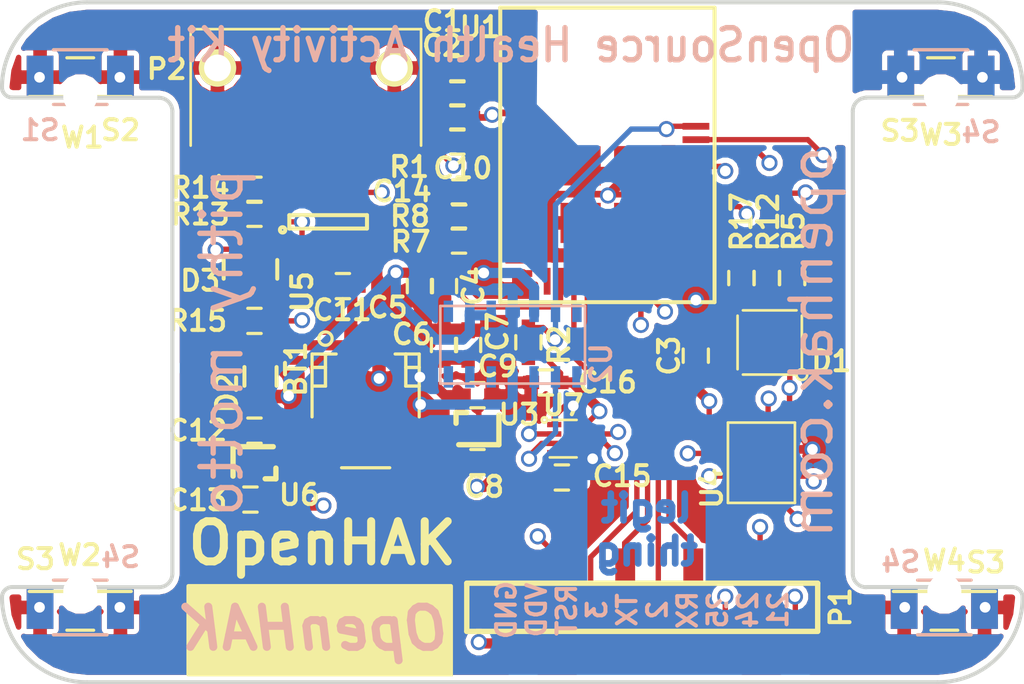
<source format=kicad_pcb>
(kicad_pcb (version 20171130) (host pcbnew "(5.0.1-3-g963ef8bb5)")
  (layers (0 F.Cu signal) (1 In1.Cu signal hide) (2 In2.Cu signal hide) (31 B.Cu signal hide) (34 B.Paste user) (35 F.Paste user) (36 B.SilkS user) (37 F.SilkS user) (38 B.Mask user) (39 F.Mask user) (44 Edge.Cuts user))
  (net 0 "")
  (net 1 GND)
  (net 2 VDD)
  (net 3 /SIM_RX)
  (net 4 /SIM_TX)
  (net 5 /SIM_RST)
  (net 6 "Net-(U1-Pad3)")
  (net 7 "Net-(U1-Pad5)")
  (net 8 "Net-(U1-Pad9)")
  (net 9 "Net-(U1-Pad10)")
  (net 10 "Net-(U1-Pad12)")
  (net 11 "Net-(U1-Pad13)")
  (net 12 "Net-(U1-Pad14)")
  (net 13 "Net-(U1-Pad15)")
  (net 14 "Net-(U1-Pad17)")
  (net 15 "Net-(U1-Pad20)")
  (net 16 "Net-(U1-Pad26)")
  (net 17 "Net-(U2-Pad8)")
  (net 18 "Net-(U2-Pad7)")
  (net 19 "Net-(U2-Pad6)")
  (net 20 "Net-(U2-Pad5)")
  (net 21 "Net-(U2-Pad1)")
  (net 22 "Net-(U2-Pad14)")
  (net 23 VPP)
  (net 24 /MAX_INT)
  (net 25 "Net-(U4-Pad11)")
  (net 26 "Net-(U4-Pad10)")
  (net 27 /BMI_INT2)
  (net 28 /BMI_INT1)
  (net 29 "Net-(U4-Pad3)")
  (net 30 "Net-(U4-Pad2)")
  (net 31 "Net-(U1-Pad29)")
  (net 32 "Net-(U1-Pad16)")
  (net 33 /B_LED)
  (net 34 /G_LED)
  (net 35 /R_LED)
  (net 36 "Net-(D1-Pad4)")
  (net 37 "Net-(D1-Pad2)")
  (net 38 "Net-(U1-Pad37)")
  (net 39 "Net-(D3-Pad3)")
  (net 40 "Net-(D3-Pad1)")
  (net 41 "Net-(P2-Pad2)")
  (net 42 "Net-(P2-Pad4)")
  (net 43 "Net-(P2-Pad3)")
  (net 44 "Net-(R13-Pad1)")
  (net 45 "Net-(R14-Pad1)")
  (net 46 +1V8)
  (net 47 "Net-(D1-Pad3)")
  (net 48 "Net-(D3-Pad4)")
  (net 49 /1V8_SCL)
  (net 50 /3V3_SCL)
  (net 51 /1V8_SDA)
  (net 52 /3V3_SDA)
  (net 53 /V_SENSE)
  (net 54 "Net-(U1-Pad11)")
  (net 55 "Net-(U1-Pad18)")
  (net 56 /PIN_3)
  (net 57 /PIN_2)
  (net 58 /PIN_25)
  (net 59 /V_BATT)
  (net 60 "Net-(C10-Pad1)")
  (net 61 /PIN_24)
  (net 62 /PIN_21)
  (net 63 "Net-(U1-Pad34)")
  (module Capacitors_SMD:C_0402 (layer F.Cu) (at 137.84088 98.29386 90)
    (fp_text reference C6 (at 0.4 -1.2 180) (layer F.SilkS) (effects (font (size 0.75 0.75))))
    (fp_text value 1uF)
    (pad 2 smd rect (at 0.55 0 90) (size 0.6 0.5) (layers F.Cu F.Paste F.Mask) (net 1 GND))
    (pad 1 smd rect (at -0.55 0 90) (size 0.6 0.5) (layers F.Cu F.Paste F.Mask) (net 46 +1V8))
  )
  (module Solutions:LGA_2.5x3 (layer F.Cu) (at 149.69088 102.69386 90)
    (fp_text reference U4 (at -0.95 -1.85 90) (layer F.SilkS) (effects (font (size 0.75 0.75))))
    (fp_text value BMI160)
    (pad 13 smd rect (at 0 -1.0125 90) (size 0.25 0.675) (layers F.Cu F.Paste F.Mask) (net 50 /3V3_SCL))
    (pad 1 smd rect (at -1.2625 -0.75 90) (size 0.675 0.25) (layers F.Cu F.Paste F.Mask) (net 1 GND))
    (pad 2 smd rect (at -1.2625 -0.25 90) (size 0.675 0.25) (layers F.Cu F.Paste F.Mask) (net 30 "Net-(U4-Pad2)"))
    (pad 3 smd rect (at -1.2625 0.25 90) (size 0.675 0.25) (layers F.Cu F.Paste F.Mask) (net 29 "Net-(U4-Pad3)"))
    (pad 4 smd rect (at -1.2625 0.75 90) (size 0.675 0.25) (layers F.Cu F.Paste F.Mask) (net 28 /BMI_INT1))
    (pad 8 smd rect (at 1.2625 0.75 90) (size 0.675 0.25) (layers F.Cu F.Paste F.Mask) (net 2 VDD))
    (pad 9 smd rect (at 1.2625 0.25 90) (size 0.675 0.25) (layers F.Cu F.Paste F.Mask) (net 27 /BMI_INT2))
    (pad 10 smd rect (at 1.2625 -0.25 90) (size 0.675 0.25) (layers F.Cu F.Paste F.Mask) (net 26 "Net-(U4-Pad10)"))
    (pad 11 smd rect (at 1.2625 -0.75 90) (size 0.675 0.25) (layers F.Cu F.Paste F.Mask) (net 25 "Net-(U4-Pad11)"))
    (pad 14 smd rect (at -0.5 -1.0125 90) (size 0.25 0.675) (layers F.Cu F.Paste F.Mask) (net 52 /3V3_SDA))
    (pad 12 smd rect (at 0.5 -1.0125 90) (size 0.25 0.675) (layers F.Cu F.Paste F.Mask) (net 2 VDD))
    (pad 7 smd rect (at 0.5 1.0125 90) (size 0.25 0.675) (layers F.Cu F.Paste F.Mask) (net 1 GND))
    (pad 6 smd rect (at 0 1.0125 90) (size 0.25 0.675) (layers F.Cu F.Paste F.Mask) (net 1 GND))
    (pad 5 smd rect (at -0.5 1.0125 90) (size 0.25 0.675) (layers F.Cu F.Paste F.Mask) (net 2 VDD))
  )
  (module Capacitors_SMD:C_0402 (layer F.Cu) (at 130.76588 101.49386 180)
    (fp_text reference C12 (at 2.125 0) (layer F.SilkS) (effects (font (size 0.75 0.75))))
    (fp_text value 1uF)
    (pad 2 smd rect (at 0.55 0 180) (size 0.6 0.5) (layers F.Cu F.Paste F.Mask) (net 23 VPP))
    (pad 1 smd rect (at -0.55 0 180) (size 0.6 0.5) (layers F.Cu F.Paste F.Mask) (net 1 GND))
  )
  (module "Solutions:MLF-4 1mm x 1mm" (layer F.Cu) (at 130.76588 102.69386 90)
    (fp_text reference U6 (at -1.2 1.675) (layer F.SilkS) (effects (font (size 0.75 0.75))))
    (fp_text value MIC5365-3.0YMT-TZ)
    (pad 1 smd custom (at -0.3125 0.65 90) (size 0.25 0.01) (layers F.Cu F.Paste F.Mask) (net 2 VDD) (options (clearance outline) (anchor rect)) (primitives (gr_poly (pts (xy 0.125 0) (xy 0.125 -0.22) (xy -0.09 -0.4) (xy -0.125 -0.4) (xy -0.125 0)) (width 0))))
    (pad 3 smd custom (at 0.3125 -0.65 270) (size 0.25 0.01) (layers F.Cu F.Paste F.Mask) (net 23 VPP) (options (clearance outline) (anchor rect)) (primitives (gr_poly (pts (xy 0.125 0) (xy 0.125 -0.22) (xy -0.09 -0.4) (xy -0.125 -0.4) (xy -0.125 0)) (width 0))))
    (pad 2 smd custom (at 0.3125 0.65 90) (size 0.25 0.01) (layers F.Cu F.Paste F.Mask) (net 1 GND) (options (clearance outline) (anchor rect)) (primitives (gr_poly (pts (xy 0.125 0) (xy 0.125 -0.4) (xy 0.09 -0.4) (xy -0.125 -0.22) (xy -0.125 0)) (width 0))))
    (pad 4 smd custom (at -0.3125 -0.65 270) (size 0.25 0.01) (layers F.Cu F.Paste F.Mask) (net 23 VPP) (options (clearance outline) (anchor rect)) (primitives (gr_poly (pts (xy 0.125 0) (xy 0.125 -0.4) (xy 0.09 -0.4) (xy -0.125 -0.22) (xy -0.125 0)) (width 0))))
    (pad 5 smd rect (at 0 0 135) (size 0.48 0.48) (layers F.Cu F.Paste F.Mask) (net 1 GND))
  )
  (module Solutions:X2SON8_1.4mm_x_1mm (layer F.Cu) (at 142.29088 101.79386 270)
    (fp_text reference U7 (at -1.25 0) (layer F.SilkS) (effects (font (size 0.75 0.75))))
    (fp_text value TXS0102DQER)
    (pad 8 smd rect (at -0.525 -0.335 270) (size 0.2 0.53) (layers F.Cu F.Mask) (net 2 VDD) (clearance 0.1))
    (pad 7 smd rect (at -0.175 -0.335 270) (size 0.2 0.53) (layers F.Cu F.Mask) (net 52 /3V3_SDA) (clearance 0.1))
    (pad 6 smd rect (at 0.175 -0.335 270) (size 0.2 0.53) (layers F.Cu F.Mask) (net 50 /3V3_SCL) (clearance 0.1))
    (pad 5 smd rect (at 0.525 -0.335 270) (size 0.2 0.53) (layers F.Cu F.Mask) (net 46 +1V8) (clearance 0.1))
    (pad 4 smd rect (at 0.525 0.335 270) (size 0.2 0.53) (layers F.Cu F.Mask) (net 1 GND) (clearance 0.1))
    (pad 3 smd rect (at 0.175 0.335 270) (size 0.2 0.53) (layers F.Cu F.Mask) (net 49 /1V8_SCL) (clearance 0.1))
    (pad 2 smd rect (at -0.175 0.335 270) (size 0.2 0.53) (layers F.Cu F.Mask) (net 51 /1V8_SDA) (clearance 0.1))
    (pad 1 smd rect (at -0.525 0.335 270) (size 0.2 0.53) (layers F.Cu F.Mask) (net 46 +1V8) (clearance 0.1))
  )
  (module Solutions:MAX30100 (layer B.Cu) (at 142.80388 99.33686 90)
    (fp_text reference U2 (at 0.343725 0.900669 270) (layer B.SilkS) (effects (font (size 0.75 0.75)) (justify mirror)))
    (fp_text value MAX30100)
    (pad 14 smd rect (at 2.15 0 90) (size 0.8 0.35) (drill (offset 0.15 0)) (layers B.Cu B.Paste B.Mask) (net 22 "Net-(U2-Pad14)"))
    (pad 13 smd rect (at 2.15 -0.8 90) (size 0.8 0.35) (drill (offset 0.15 0)) (layers B.Cu B.Paste B.Mask) (net 24 /MAX_INT))
    (pad 12 smd rect (at 2.15 -1.6 90) (size 0.8 0.35) (drill (offset 0.15 0)) (layers B.Cu B.Paste B.Mask) (net 1 GND))
    (pad 11 smd rect (at 2.15 -2.4 90) (size 0.8 0.35) (drill (offset 0.15 0)) (layers B.Cu B.Paste B.Mask) (net 46 +1V8))
    (pad 10 smd rect (at 2.15 -3.2 90) (size 0.8 0.35) (drill (offset 0.15 0)) (layers B.Cu B.Paste B.Mask) (net 23 VPP))
    (pad 9 smd rect (at 2.15 -4 90) (size 0.8 0.35) (drill (offset 0.15 0)) (layers B.Cu B.Paste B.Mask) (net 23 VPP))
    (pad 8 smd rect (at 2.15 -4.8 90) (size 0.8 0.35) (drill (offset 0.15 0)) (layers B.Cu B.Paste B.Mask) (net 17 "Net-(U2-Pad8)"))
    (pad 7 smd rect (at 0 -4.8 90) (size 0.8 0.35) (drill (offset -0.15 0)) (layers B.Cu B.Paste B.Mask) (net 18 "Net-(U2-Pad7)"))
    (pad 6 smd rect (at 0 -4 90) (size 0.8 0.35) (drill (offset -0.15 0)) (layers B.Cu B.Paste B.Mask) (net 19 "Net-(U2-Pad6)"))
    (pad 5 smd rect (at 0 -3.2 90) (size 0.8 0.35) (drill (offset -0.15 0)) (layers B.Cu B.Paste B.Mask) (net 20 "Net-(U2-Pad5)"))
    (pad 4 smd rect (at 0 -2.4 90) (size 0.8 0.35) (drill (offset -0.15 0)) (layers B.Cu B.Paste B.Mask) (net 1 GND))
    (pad 3 smd rect (at 0 -1.6 90) (size 0.8 0.35) (drill (offset -0.15 0)) (layers B.Cu B.Paste B.Mask) (net 51 /1V8_SDA))
    (pad 2 smd rect (at 0 -0.8 90) (size 0.8 0.35) (drill (offset -0.15 0)) (layers B.Cu B.Paste B.Mask) (net 49 /1V8_SCL))
    (pad 1 smd rect (at 0 0 90) (size 0.8 0.35) (drill (offset -0.15 0)) (layers B.Cu B.Paste B.Mask) (net 21 "Net-(U2-Pad1)"))
  )
  (module Capacitors_SMD:C_0402 (layer F.Cu) (at 138.74088 98.29386 270)
    (fp_text reference C7 (at -0.5 -1.1 270) (layer F.SilkS) (effects (font (size 0.75 0.75))))
    (fp_text value 0.1uF)
    (pad 1 smd rect (at -0.55 0 270) (size 0.6 0.5) (layers F.Cu F.Paste F.Mask) (net 1 GND))
    (pad 2 smd rect (at 0.55 0 270) (size 0.6 0.5) (layers F.Cu F.Paste F.Mask) (net 46 +1V8))
  )
  (module Capacitors_SMD:C_0402 (layer F.Cu) (at 139.09088 102.66886)
    (fp_text reference C8 (at 0.25 0.925 180) (layer F.SilkS) (effects (font (size 0.75 0.75))))
    (fp_text value 1uF)
    (pad 2 smd rect (at 0.55 0) (size 0.6 0.5) (layers F.Cu F.Paste F.Mask) (net 2 VDD))
    (pad 1 smd rect (at -0.55 0) (size 0.6 0.5) (layers F.Cu F.Paste F.Mask) (net 1 GND))
  )
  (module Solutions:RFD77101 (layer F.Cu) (at 143.94088 91.19386)
    (fp_text reference U1 (at -4.75 -4.775) (layer F.SilkS) (effects (font (size 0.75 0.75))))
    (fp_text value rfd_77101)
    (pad 42 smd rect (at -0.76 -0.08) (size 1.01 0.49) (layers F.Cu F.Paste F.Mask) (net 1 GND))
    (pad 42 smd trapezoid (at -1.28 -0.09) (size 0.48 0.47) (rect_delta 0 0.47) (layers F.Cu F.Paste F.Mask) (net 1 GND))
    (pad 45 smd rect (at 1 0.42) (size 1.5 1.5) (layers F.Cu F.Paste F.Mask) (net 1 GND))
    (pad 44 smd rect (at 1 2.54) (size 1.5 1.5) (layers F.Cu F.Paste F.Mask) (net 1 GND))
    (pad 43 smd rect (at -1 2.54) (size 1.5 1.5) (layers F.Cu F.Paste F.Mask) (net 1 GND))
    (pad 42 smd rect (at -1 0.635) (size 1.5 1.01) (layers F.Cu F.Paste F.Mask) (net 1 GND))
    (pad 41 smd rect (at 3.305 -1.07) (size 1 0.254) (layers F.Cu F.Paste F.Mask) (net 24 /MAX_INT))
    (pad 40 smd rect (at 3.305 -0.57) (size 1 0.254) (layers F.Cu F.Paste F.Mask) (net 28 /BMI_INT1))
    (pad 39 smd rect (at 3.305 -0.07) (size 1 0.254) (layers F.Cu F.Paste F.Mask) (net 27 /BMI_INT2))
    (pad 38 smd rect (at 3.305 0.43) (size 1 0.254) (layers F.Cu F.Paste F.Mask) (net 58 /PIN_25))
    (pad 37 smd rect (at 3.305 0.93) (size 1 0.254) (layers F.Cu F.Paste F.Mask) (net 38 "Net-(U1-Pad37)"))
    (pad 36 smd rect (at 3.305 1.43) (size 1 0.254) (layers F.Cu F.Paste F.Mask) (net 62 /PIN_21))
    (pad 35 smd rect (at 3.305 1.93) (size 1 0.254) (layers F.Cu F.Paste F.Mask) (net 61 /PIN_24))
    (pad 34 smd rect (at 3.305 2.43) (size 1 0.254) (layers F.Cu F.Paste F.Mask) (net 63 "Net-(U1-Pad34)"))
    (pad 33 smd rect (at 3.305 2.93) (size 1 0.254) (layers F.Cu F.Paste F.Mask) (net 35 /R_LED))
    (pad 32 smd rect (at 3.305 3.43) (size 1 0.254) (layers F.Cu F.Paste F.Mask) (net 34 /G_LED))
    (pad 31 smd rect (at 3.305 3.93) (size 1 0.254) (layers F.Cu F.Paste F.Mask) (net 33 /B_LED))
    (pad 30 smd rect (at 3.305 4.43) (size 1 0.254) (layers F.Cu F.Paste F.Mask) (net 1 GND))
    (pad 29 smd rect (at 2.25 4.72) (size 0.254 1) (layers F.Cu F.Paste F.Mask) (net 31 "Net-(U1-Pad29)"))
    (pad 28 smd rect (at 1.75 4.72) (size 0.254 1) (layers F.Cu F.Paste F.Mask) (net 50 /3V3_SCL))
    (pad 27 smd rect (at 1.25 4.72) (size 0.254 1) (layers F.Cu F.Paste F.Mask) (net 52 /3V3_SDA))
    (pad 26 smd rect (at 0.75 4.72) (size 0.254 1) (layers F.Cu F.Paste F.Mask) (net 16 "Net-(U1-Pad26)"))
    (pad 25 smd rect (at 0.25 4.72) (size 0.254 1) (layers F.Cu F.Paste F.Mask) (net 3 /SIM_RX))
    (pad 24 smd rect (at -0.25 4.72) (size 0.254 1) (layers F.Cu F.Paste F.Mask) (net 57 /PIN_2))
    (pad 23 smd rect (at -0.75 4.72) (size 0.254 1) (layers F.Cu F.Paste F.Mask) (net 4 /SIM_TX))
    (pad 22 smd rect (at -1.25 4.72) (size 0.254 1) (layers F.Cu F.Paste F.Mask) (net 56 /PIN_3))
    (pad 21 smd rect (at -1.75 4.72) (size 0.254 1) (layers F.Cu F.Paste F.Mask) (net 53 /V_SENSE))
    (pad 20 smd rect (at -2.25 4.72) (size 0.254 1) (layers F.Cu F.Paste F.Mask) (net 15 "Net-(U1-Pad20)"))
    (pad 19 smd rect (at -3.305 4.43) (size 1 0.254) (layers F.Cu F.Paste F.Mask) (net 1 GND))
    (pad 18 smd rect (at -3.305 3.93) (size 1 0.254) (layers F.Cu F.Paste F.Mask) (net 55 "Net-(U1-Pad18)"))
    (pad 17 smd rect (at -3.305 3.43) (size 1 0.254) (layers F.Cu F.Paste F.Mask) (net 14 "Net-(U1-Pad17)"))
    (pad 16 smd rect (at -3.305 2.93) (size 1 0.254) (layers F.Cu F.Paste F.Mask) (net 32 "Net-(U1-Pad16)"))
    (pad 15 smd rect (at -3.305 2.43) (size 1 0.254) (layers F.Cu F.Paste F.Mask) (net 13 "Net-(U1-Pad15)"))
    (pad 14 smd rect (at -3.305 1.93) (size 1 0.254) (layers F.Cu F.Paste F.Mask) (net 12 "Net-(U1-Pad14)"))
    (pad 13 smd rect (at -3.305 1.43) (size 1 0.254) (layers F.Cu F.Paste F.Mask) (net 11 "Net-(U1-Pad13)"))
    (pad 12 smd rect (at -3.305 0.93) (size 1 0.254) (layers F.Cu F.Paste F.Mask) (net 10 "Net-(U1-Pad12)"))
    (pad 11 smd rect (at -3.305 0.43) (size 1 0.254) (layers F.Cu F.Paste F.Mask) (net 54 "Net-(U1-Pad11)"))
    (pad 10 smd rect (at -3.305 -0.07) (size 1 0.254) (layers F.Cu F.Paste F.Mask) (net 9 "Net-(U1-Pad10)"))
    (pad 9 smd rect (at -3.305 -0.57) (size 1 0.254) (layers F.Cu F.Paste F.Mask) (net 8 "Net-(U1-Pad9)"))
    (pad 8 smd rect (at -3.305 -1.07) (size 1 0.254) (layers F.Cu F.Paste F.Mask) (net 5 /SIM_RST))
    (pad 7 smd rect (at -3.305 -1.57) (size 1 0.254) (layers F.Cu F.Paste F.Mask) (net 2 VDD))
    (pad 6 smd rect (at -3.305 -2.07) (size 1 0.254) (layers F.Cu F.Paste F.Mask) (net 1 GND))
    (pad 5 smd rect (at -3.305 -2.57) (size 1 0.254) (layers F.Cu F.Paste F.Mask) (net 7 "Net-(U1-Pad5)"))
    (pad 4 smd rect (at -3.305 -3.07) (size 1 0.254) (layers F.Cu F.Paste F.Mask) (net 1 GND))
    (pad 3 smd rect (at -3.305 -3.57) (size 1 0.254) (layers F.Cu F.Paste F.Mask) (net 6 "Net-(U1-Pad3)"))
    (pad 2 smd rect (at -3.305 -4.07) (size 1 0.254) (layers F.Cu F.Paste F.Mask) (net 1 GND))
    (pad 1 smd rect (at -3.305 -4.57) (size 1 0.254) (layers F.Cu F.Paste F.Mask) (net 1 GND))
  )
  (module Capacitors_SMD:C_1206 (layer F.Cu) (at 156.39288 88.28786)
    (fp_text reference S3 (at -1.527 2.006) (layer F.SilkS) (effects (font (size 0.75 0.75))))
    (fp_text value C_1206)
    (pad 1 smd rect (at -1.5 0) (size 1 1.6) (layers F.Cu F.Paste F.Mask) (net 1 GND))
    (pad 2 smd rect (at 1.5 0) (size 1 1.6) (layers F.Cu F.Paste F.Mask) (net 1 GND))
  )
  (module Capacitors_SMD:C_1206 (layer B.Cu) (at 156.39288 88.28786)
    (fp_text reference S4 (at 1.498 2.056) (layer B.SilkS) (effects (font (size 0.75 0.75)) (justify mirror)))
    (fp_text value C_1206)
    (pad 1 smd rect (at -1.5 0) (size 1 1.6) (layers B.Cu B.Paste B.Mask) (net 1 GND))
    (pad 2 smd rect (at 1.5 0) (size 1 1.6) (layers B.Cu B.Paste B.Mask) (net 1 GND))
  )
  (module Capacitors_SMD:C_1206 (layer B.Cu) (at 156.51988 108.09986)
    (fp_text reference S4 (at -1.629 -1.706) (layer B.SilkS) (effects (font (size 0.75 0.75)) (justify mirror)))
    (fp_text value C_1206)
    (pad 1 smd rect (at -1.5 0) (size 1 1.6) (layers B.Cu B.Paste B.Mask) (net 1 GND))
    (pad 2 smd rect (at 1.5 0) (size 1 1.6) (layers B.Cu B.Paste B.Mask) (net 1 GND))
  )
  (module Capacitors_SMD:C_1206 (layer F.Cu) (at 156.51988 108.09986)
    (fp_text reference S3 (at 1.546 -1.681) (layer F.SilkS) (effects (font (size 0.75 0.75))))
    (fp_text value C_1206)
    (pad 1 smd rect (at -1.5 0) (size 1 1.6) (layers F.Cu F.Paste F.Mask) (net 1 GND))
    (pad 2 smd rect (at 1.5 0) (size 1 1.6) (layers F.Cu F.Paste F.Mask) (net 1 GND))
  )
  (module Capacitors_SMD:C_1206 (layer F.Cu) (at 124.26188 108.09986)
    (fp_text reference S3 (at -1.671 -1.806) (layer F.SilkS) (effects (font (size 0.75 0.75))))
    (fp_text value C_1206)
    (pad 1 smd rect (at -1.5 0) (size 1 1.6) (layers F.Cu F.Paste F.Mask) (net 1 GND))
    (pad 2 smd rect (at 1.5 0) (size 1 1.6) (layers F.Cu F.Paste F.Mask) (net 1 GND))
  )
  (module Capacitors_SMD:C_1206 (layer B.Cu) (at 124.26188 108.09986)
    (fp_text reference S4 (at 1.504 -1.881) (layer B.SilkS) (effects (font (size 0.75 0.75)) (justify mirror)))
    (fp_text value C_1206)
    (pad 1 smd rect (at -1.5 0) (size 1 1.6) (layers B.Cu B.Paste B.Mask) (net 1 GND))
    (pad 2 smd rect (at 1.5 0) (size 1 1.6) (layers B.Cu B.Paste B.Mask) (net 1 GND))
  )
  (module Capacitors_SMD:C_1206 (layer B.Cu) (at 124.26188 88.28786)
    (fp_text reference S1 (at -1.496 1.981) (layer B.SilkS) (effects (font (size 0.75 0.75)) (justify mirror)))
    (fp_text value C_1206)
    (pad 1 smd rect (at -1.5 0) (size 1 1.6) (layers B.Cu B.Paste B.Mask) (net 1 GND))
    (pad 2 smd rect (at 1.5 0) (size 1 1.6) (layers B.Cu B.Paste B.Mask) (net 1 GND))
  )
  (module Capacitors_SMD:C_0603 (layer F.Cu) (at 130.99088 99.46886 90)
    (fp_text reference D2 (at -0.625 -1.25 90) (layer F.SilkS) (effects (font (size 0.75 0.75))))
    (fp_text value D_Schottky)
    (pad 1 smd rect (at -0.75 0 90) (size 0.8 0.75) (layers F.Cu F.Paste F.Mask) (net 23 VPP))
    (pad 2 smd rect (at 0.75 0 90) (size 0.8 0.75) (layers F.Cu F.Paste F.Mask) (net 59 /V_BATT))
  )
  (module Solutions:0606_Bi-Color (layer F.Cu) (at 130.59088 95.46886 270)
    (fp_text reference D3 (at 0.425 1.85) (layer F.SilkS) (effects (font (size 0.75 0.75))))
    (fp_text value 18-225SURSYGC/S530-A4/E4/TR8)
    (pad 4 smd rect (at 0.75 0.425 270) (size 0.8 0.65) (layers F.Cu F.Paste F.Mask) (net 48 "Net-(D3-Pad4)"))
    (pad 3 smd rect (at -0.75 0.425 270) (size 0.8 0.65) (layers F.Cu F.Paste F.Mask) (net 39 "Net-(D3-Pad3)"))
    (pad 1 smd rect (at -0.75 -0.425 270) (size 0.8 0.65) (layers F.Cu F.Paste F.Mask) (net 40 "Net-(D3-Pad1)"))
    (pad 2 smd rect (at 0.75 -0.425 270) (size 0.8 0.65) (layers F.Cu F.Paste F.Mask) (net 1 GND))
  )
  (module TO_SOT_Packages_SMD:SOT-23-5 (layer F.Cu) (at 133.51588 93.69386 90)
    (fp_text reference U5 (at -2.61 -0.97 90) (layer F.SilkS) (effects (font (size 0.75 0.75))))
    (fp_text value MCP73831T-2ATI/OT)
    (pad 1 smd rect (at -1.1 -0.95 90) (size 1.06 0.65) (layers F.Cu F.Paste F.Mask) (net 44 "Net-(R13-Pad1)"))
    (pad 2 smd rect (at -1.1 0 90) (size 1.06 0.65) (layers F.Cu F.Paste F.Mask) (net 1 GND))
    (pad 3 smd rect (at -1.1 0.95 90) (size 1.06 0.65) (layers F.Cu F.Paste F.Mask) (net 59 /V_BATT))
    (pad 4 smd rect (at 1.1 0.95 90) (size 1.06 0.65) (layers F.Cu F.Paste F.Mask) (net 39 "Net-(D3-Pad3)"))
    (pad 5 smd rect (at 1.1 -0.95 90) (size 1.06 0.65) (layers F.Cu F.Paste F.Mask) (net 45 "Net-(R14-Pad1)"))
  )
  (module Solutions:10118193_microUSB (layer F.Cu) (at 132.68422 87.945647 180)
    (fp_text reference P2 (at 5.19654 -0.037413 180) (layer F.SilkS) (effects (font (size 0.75 0.75))))
    (fp_text value USB_OTG)
    (pad 10 thru_hole oval (at -3.3 0 180) (size 1.4 1.4) (drill 1) (layers *.Cu *.Mask F.SilkS) (net 1 GND))
    (pad 9 smd rect (at 1.2 0 180) (size 1.9 1.9) (layers F.Cu F.Paste F.Mask) (net 1 GND))
    (pad 7 smd rect (at 3.2 -2.45 180) (size 1.6 1.4) (layers F.Cu F.Paste F.Mask) (net 1 GND))
    (pad 1 smd rect (at -1.3 -2.675 180) (size 0.4 1.35) (layers F.Cu F.Paste F.Mask) (net 39 "Net-(D3-Pad3)"))
    (pad 2 smd rect (at -0.65 -2.675 180) (size 0.4 1.35) (layers F.Cu F.Paste F.Mask) (net 41 "Net-(P2-Pad2)"))
    (pad 5 smd rect (at 1.3 -2.675 180) (size 0.4 1.35) (layers F.Cu F.Paste F.Mask) (net 1 GND))
    (pad 4 smd rect (at 0.65 -2.675 180) (size 0.4 1.35) (layers F.Cu F.Paste F.Mask) (net 42 "Net-(P2-Pad4)"))
    (pad 3 smd rect (at 0 -2.675 180) (size 0.4 1.35) (layers F.Cu F.Paste F.Mask) (net 43 "Net-(P2-Pad3)"))
    (pad 6 smd rect (at -3.2 -2.45 180) (size 1.6 1.4) (layers F.Cu F.Paste F.Mask) (net 1 GND))
    (pad 8 smd rect (at -1.2 0 180) (size 1.9 1.9) (layers F.Cu F.Paste F.Mask) (net 1 GND))
    (pad 11 thru_hole oval (at 3.3 0 180) (size 1.4 1.4) (drill 1) (layers *.Cu *.Mask F.SilkS) (net 1 GND))
  )
  (module Solutions:CLMVB-FKA-CFHEHLCBB7a363 (layer F.Cu) (at 150 98.2 270)
    (fp_text reference D1 (at 0.7 -2.3 180) (layer F.SilkS) (effects (font (size 0.75 0.75))))
    (fp_text value ASMB-KTF0-0A306)
    (pad 1 smd rect (at 0.55 -0.75 270) (size 0.8 1) (layers F.Cu F.Paste F.Mask) (net 2 VDD))
    (pad 2 smd rect (at 0.55 0.75 270) (size 0.8 1) (layers F.Cu F.Paste F.Mask) (net 37 "Net-(D1-Pad2)"))
    (pad 3 smd rect (at -0.55 0.75 270) (size 0.8 1) (layers F.Cu F.Paste F.Mask) (net 47 "Net-(D1-Pad3)"))
    (pad 4 smd rect (at -0.55 -0.75 270) (size 0.8 1) (layers F.Cu F.Paste F.Mask) (net 36 "Net-(D1-Pad4)"))
  )
  (module Capacitors_SMD:C_1206 (layer F.Cu) (at 124.26188 88.28786)
    (fp_text reference S2 (at 1.504 1.981) (layer F.SilkS) (effects (font (size 0.75 0.75))))
    (fp_text value C_1206)
    (pad 1 smd rect (at -1.5 0) (size 1 1.6) (layers F.Cu F.Paste F.Mask) (net 1 GND))
    (pad 2 smd rect (at 1.5 0) (size 1 1.6) (layers F.Cu F.Paste F.Mask) (net 1 GND))
  )
  (module Solutions:Watch_Pin_50mil (layer F.Cu) (at 156.39288 88.41486)
    (fp_text reference W3 (at -0.002 2.029) (layer F.SilkS) (effects (font (size 0.75 0.75))))
    (fp_text value Watch_Pin_50mil)
    (pad "" np_thru_hole circle (at 0 0.6) (size 1.27 1.27) (drill 1.27) (layers *.Cu))
  )
  (module Solutions:Watch_Pin_50mil (layer F.Cu) (at 156.51988 108.09986 180)
    (fp_text reference W4 (at 0 1.756 180) (layer F.SilkS) (effects (font (size 0.75 0.75))))
    (fp_text value Watch_Pin_50mil)
    (pad "" np_thru_hole circle (at 0 0.6 180) (size 1.27 1.27) (drill 1.27) (layers *.Cu))
  )
  (module Solutions:Watch_Pin_50mil (layer F.Cu) (at 124.26188 108.09986 180)
    (fp_text reference W2 (at 0.021 1.956 180) (layer F.SilkS) (effects (font (size 0.75 0.75))))
    (fp_text value Watch_Pin_50mil)
    (pad "" np_thru_hole circle (at 0 0.6 180) (size 1.27 1.27) (drill 1.27) (layers *.Cu))
  )
  (module Solutions:Watch_Pin_50mil (layer F.Cu) (at 124.26188 88.41486)
    (fp_text reference W1 (at 0.079 2.129) (layer F.SilkS) (effects (font (size 0.75 0.75))))
    (fp_text value Watch_Pin_50mil)
    (pad "" np_thru_hole circle (at 0 0.6) (size 1.27 1.27) (drill 1.27) (layers *.Cu))
  )
  (module Connectors_JST:JST_SH_SM02B-SRSS-TB_02x1.00mm_Angled (layer F.Cu) (at 134.91588 100.24386)
    (fp_text reference BT1 (at -2.6 -1.05 90) (layer F.SilkS) (effects (font (size 0.75 0.75))))
    (fp_text value Battery)
    (pad 1 smd rect (at -0.5 -1.9375) (size 0.6 1.55) (layers F.Cu F.Paste F.Mask) (net 59 /V_BATT))
    (pad 2 smd rect (at 0.5 -1.9375) (size 0.6 1.55) (layers F.Cu F.Paste F.Mask) (net 1 GND))
    (pad "" smd rect (at -1.8 1.9375) (size 1.2 1.8) (layers F.Cu F.Paste F.Mask) (net 1 GND))
    (pad "" smd rect (at 1.8 1.9375) (size 1.2 1.8) (layers F.Cu F.Paste F.Mask) (net 1 GND))
  )
  (module Capacitors_SMD:C_0402 (layer F.Cu) (at 138.34088 87.99386)
    (fp_text reference C1 (at -0.55 -1.8) (layer F.SilkS) (effects (font (size 0.75 0.75))))
    (fp_text value 0.1uF)
    (pad 2 smd rect (at 0.55 0) (size 0.6 0.5) (layers F.Cu F.Paste F.Mask) (net 2 VDD))
    (pad 1 smd rect (at -0.55 0) (size 0.6 0.5) (layers F.Cu F.Paste F.Mask) (net 1 GND))
  )
  (module Capacitors_SMD:C_0402 (layer F.Cu) (at 138.34088 88.89386)
    (fp_text reference C2 (at -0.575 -1.775) (layer F.SilkS) (effects (font (size 0.75 0.75))))
    (fp_text value 1uF)
    (pad 1 smd rect (at -0.55 0) (size 0.6 0.5) (layers F.Cu F.Paste F.Mask) (net 1 GND))
    (pad 2 smd rect (at 0.55 0) (size 0.6 0.5) (layers F.Cu F.Paste F.Mask) (net 2 VDD))
  )
  (module Capacitors_SMD:C_0402 (layer F.Cu) (at 147.24088 98.69386 270)
    (fp_text reference C3 (at 0 1 270) (layer F.SilkS) (effects (font (size 0.75 0.75))))
    (fp_text value 10uF)
    (pad 2 smd rect (at 0.55 0 270) (size 0.6 0.5) (layers F.Cu F.Paste F.Mask) (net 2 VDD))
    (pad 1 smd rect (at -0.55 0 270) (size 0.6 0.5) (layers F.Cu F.Paste F.Mask) (net 1 GND))
  )
  (module Capacitors_SMD:C_0402 (layer F.Cu) (at 137.84088 96.09386 270)
    (fp_text reference C4 (at 0 -1.1 270) (layer F.SilkS) (effects (font (size 0.75 0.75))))
    (fp_text value 1uF)
    (pad 2 smd rect (at 0.55 0 270) (size 0.6 0.5) (layers F.Cu F.Paste F.Mask) (net 1 GND))
    (pad 1 smd rect (at -0.55 0 270) (size 0.6 0.5) (layers F.Cu F.Paste F.Mask) (net 23 VPP))
  )
  (module Capacitors_SMD:C_0402 (layer F.Cu) (at 136.94088 96.09386 270)
    (fp_text reference C5 (at 0.8 1.2) (layer F.SilkS) (effects (font (size 0.75 0.75))))
    (fp_text value 10uF)
    (pad 1 smd rect (at -0.55 0 270) (size 0.6 0.5) (layers F.Cu F.Paste F.Mask) (net 23 VPP))
    (pad 2 smd rect (at 0.55 0 270) (size 0.6 0.5) (layers F.Cu F.Paste F.Mask) (net 1 GND))
  )
  (module Capacitors_SMD:C_0402 (layer F.Cu) (at 139.09088 100.16886 180)
    (fp_text reference C9 (at -0.75 1.075 180) (layer F.SilkS) (effects (font (size 0.75 0.75))))
    (fp_text value 1uF)
    (pad 1 smd rect (at -0.55 0 180) (size 0.6 0.5) (layers F.Cu F.Paste F.Mask) (net 1 GND))
    (pad 2 smd rect (at 0.55 0 180) (size 0.6 0.5) (layers F.Cu F.Paste F.Mask) (net 46 +1V8))
  )
  (module Capacitors_SMD:C_0402 (layer F.Cu) (at 138.34088 90.69386)
    (fp_text reference C10 (at 0.2 1) (layer F.SilkS) (effects (font (size 0.75 0.75))))
    (fp_text value 0.1uF)
    (pad 2 smd rect (at 0.55 0) (size 0.6 0.5) (layers F.Cu F.Paste F.Mask) (net 5 /SIM_RST))
    (pad 1 smd rect (at -0.55 0) (size 0.6 0.5) (layers F.Cu F.Paste F.Mask) (net 60 "Net-(C10-Pad1)"))
  )
  (module Capacitors_SMD:C_0402 (layer F.Cu) (at 134.06588 96.09386)
    (fp_text reference C11 (at -0.025 0.9) (layer F.SilkS) (effects (font (size 0.75 0.75))))
    (fp_text value 10uF)
    (pad 1 smd rect (at -0.55 0) (size 0.6 0.5) (layers F.Cu F.Paste F.Mask) (net 1 GND))
    (pad 2 smd rect (at 0.55 0) (size 0.6 0.5) (layers F.Cu F.Paste F.Mask) (net 59 /V_BATT))
  )
  (module Capacitors_SMD:C_0402 (layer F.Cu) (at 130.61588 104.06886)
    (fp_text reference C13 (at -1.975 0.025) (layer F.SilkS) (effects (font (size 0.75 0.75))))
    (fp_text value 1uF)
    (pad 1 smd rect (at -0.55 0) (size 0.6 0.5) (layers F.Cu F.Paste F.Mask) (net 1 GND))
    (pad 2 smd rect (at 0.55 0) (size 0.6 0.5) (layers F.Cu F.Paste F.Mask) (net 2 VDD))
  )
  (module Capacitors_SMD:C_0402 (layer F.Cu) (at 138.41088 92.59386)
    (fp_text reference C14 (at -2.13 -0.04) (layer F.SilkS) (effects (font (size 0.75 0.75))))
    (fp_text value 1uF)
    (pad 1 smd rect (at -0.55 0) (size 0.6 0.5) (layers F.Cu F.Paste F.Mask) (net 1 GND))
    (pad 2 smd rect (at 0.55 0) (size 0.6 0.5) (layers F.Cu F.Paste F.Mask) (net 53 /V_SENSE))
  )
  (module Capacitors_SMD:C_0402 (layer F.Cu) (at 142.24088 103.24386)
    (fp_text reference C15 (at 2.25 -0.05) (layer F.SilkS) (effects (font (size 0.75 0.75))))
    (fp_text value 0.1uF)
    (pad 1 smd rect (at -0.55 0) (size 0.6 0.5) (layers F.Cu F.Paste F.Mask) (net 1 GND))
    (pad 2 smd rect (at 0.55 0) (size 0.6 0.5) (layers F.Cu F.Paste F.Mask) (net 46 +1V8))
  )
  (module Capacitors_SMD:C_0402 (layer F.Cu) (at 141.64088 99.69386)
    (fp_text reference C16 (at 2.3 0) (layer F.SilkS) (effects (font (size 0.75 0.75))))
    (fp_text value 0.1uF)
    (pad 2 smd rect (at 0.55 0) (size 0.6 0.5) (layers F.Cu F.Paste F.Mask) (net 2 VDD))
    (pad 1 smd rect (at -0.55 0) (size 0.6 0.5) (layers F.Cu F.Paste F.Mask) (net 1 GND))
  )
  (module Capacitors_SMD:C_0402 (layer F.Cu) (at 138.34088 89.79386 180)
    (fp_text reference R1 (at 1.8 -1.85 180) (layer F.SilkS) (effects (font (size 0.75 0.75))))
    (fp_text value 10K)
    (pad 2 smd rect (at 0.55 0 180) (size 0.6 0.5) (layers F.Cu F.Paste F.Mask) (net 5 /SIM_RST))
    (pad 1 smd rect (at -0.55 0 180) (size 0.6 0.5) (layers F.Cu F.Paste F.Mask) (net 2 VDD))
  )
  (module Capacitors_SMD:C_0402 (layer F.Cu) (at 140.99088 98.19386 90)
    (fp_text reference R2 (at -0.1 1.15 90) (layer F.SilkS) (effects (font (size 0.75 0.75))))
    (fp_text value 4K7)
    (pad 1 smd rect (at -0.55 0 90) (size 0.6 0.5) (layers F.Cu F.Paste F.Mask) (net 2 VDD))
    (pad 2 smd rect (at 0.55 0 90) (size 0.6 0.5) (layers F.Cu F.Paste F.Mask) (net 24 /MAX_INT))
  )
  (module Capacitors_SMD:C_0402 (layer F.Cu) (at 150.84088 95.79386 90)
    (fp_text reference R5 (at 1.75 0.05 90) (layer F.SilkS) (effects (font (size 0.75 0.75))))
    (fp_text value 100R)
    (pad 1 smd rect (at -0.55 0 90) (size 0.6 0.5) (layers F.Cu F.Paste F.Mask) (net 36 "Net-(D1-Pad4)"))
    (pad 2 smd rect (at 0.55 0 90) (size 0.6 0.5) (layers F.Cu F.Paste F.Mask) (net 35 /R_LED))
  )
  (module Capacitors_SMD:C_0402 (layer F.Cu) (at 138.40088 94.39386 180)
    (fp_text reference R7 (at 1.8068 -0.0452 180) (layer F.SilkS) (effects (font (size 0.75 0.75))))
    (fp_text value 1M)
    (pad 2 smd rect (at 0.55 0 180) (size 0.6 0.5) (layers F.Cu F.Paste F.Mask) (net 59 /V_BATT))
    (pad 1 smd rect (at -0.55 0 180) (size 0.6 0.5) (layers F.Cu F.Paste F.Mask) (net 53 /V_SENSE))
  )
  (module Capacitors_SMD:C_0402 (layer F.Cu) (at 138.39088 93.49386)
    (fp_text reference R8 (at -1.82 -0.01) (layer F.SilkS) (effects (font (size 0.75 0.75))))
    (fp_text value 1M)
    (pad 1 smd rect (at -0.55 0) (size 0.6 0.5) (layers F.Cu F.Paste F.Mask) (net 1 GND))
    (pad 2 smd rect (at 0.55 0) (size 0.6 0.5) (layers F.Cu F.Paste F.Mask) (net 53 /V_SENSE))
  )
  (module Capacitors_SMD:C_0402 (layer F.Cu) (at 149.89088 95.79386 90)
    (fp_text reference R12 (at 2.1 0.05 90) (layer F.SilkS) (effects (font (size 0.75 0.75))))
    (fp_text value 100R)
    (pad 2 smd rect (at 0.55 0 90) (size 0.6 0.5) (layers F.Cu F.Paste F.Mask) (net 34 /G_LED))
    (pad 1 smd rect (at -0.55 0 90) (size 0.6 0.5) (layers F.Cu F.Paste F.Mask) (net 47 "Net-(D1-Pad3)"))
  )
  (module Capacitors_SMD:C_0402 (layer F.Cu) (at 130.76588 93.39386 180)
    (fp_text reference R13 (at 2.025 -0.025) (layer F.SilkS) (effects (font (size 0.75 0.75))))
    (fp_text value 470)
    (pad 2 smd rect (at 0.55 0 180) (size 0.6 0.5) (layers F.Cu F.Paste F.Mask) (net 40 "Net-(D3-Pad1)"))
    (pad 1 smd rect (at -0.55 0 180) (size 0.6 0.5) (layers F.Cu F.Paste F.Mask) (net 44 "Net-(R13-Pad1)"))
  )
  (module Capacitors_SMD:C_0402 (layer F.Cu) (at 130.76588 92.49386 180)
    (fp_text reference R14 (at 2.025 0.075 180) (layer F.SilkS) (effects (font (size 0.75 0.75))))
    (fp_text value 10K)
    (pad 2 smd rect (at 0.55 0 180) (size 0.6 0.5) (layers F.Cu F.Paste F.Mask) (net 1 GND))
    (pad 1 smd rect (at -0.55 0 180) (size 0.6 0.5) (layers F.Cu F.Paste F.Mask) (net 45 "Net-(R14-Pad1)"))
  )
  (module Capacitors_SMD:C_0402 (layer F.Cu) (at 130.76588 97.39386 180)
    (fp_text reference R15 (at 2.125 0) (layer F.SilkS) (effects (font (size 0.75 0.75))))
    (fp_text value 470)
    (pad 1 smd rect (at -0.55 0 180) (size 0.6 0.5) (layers F.Cu F.Paste F.Mask) (net 44 "Net-(R13-Pad1)"))
    (pad 2 smd rect (at 0.55 0 180) (size 0.6 0.5) (layers F.Cu F.Paste F.Mask) (net 48 "Net-(D3-Pad4)"))
  )
  (module Capacitors_SMD:C_0402 (layer F.Cu) (at 148.94088 95.79386 90)
    (fp_text reference R17 (at 2.1 0 90) (layer F.SilkS) (effects (font (size 0.75 0.75))))
    (fp_text value 100R)
    (pad 1 smd rect (at -0.55 0 90) (size 0.6 0.5) (layers F.Cu F.Paste F.Mask) (net 37 "Net-(D1-Pad2)"))
    (pad 2 smd rect (at 0.55 0 90) (size 0.6 0.5) (layers F.Cu F.Paste F.Mask) (net 33 /B_LED))
  )
  (module "Solutions:MLF-4 1mm x 1mm" (layer F.Cu) (at 139.09088 101.418861 270)
    (fp_text reference U3 (at -0.525001 -1.55) (layer F.SilkS) (effects (font (size 0.75 0.75))))
    (fp_text value MIC5365-1.8YMT-TZ)
    (pad 5 smd rect (at 0 0 315) (size 0.48 0.48) (layers F.Cu F.Paste F.Mask) (net 1 GND))
    (pad 4 smd custom (at -0.3125 -0.65 90) (size 0.25 0.01) (layers F.Cu F.Paste F.Mask) (net 2 VDD) (options (clearance outline) (anchor rect)) (primitives (gr_poly (pts (xy 0.125 0) (xy 0.125 -0.4) (xy 0.09 -0.4) (xy -0.125 -0.22) (xy -0.125 0)) (width 0))))
    (pad 2 smd custom (at 0.3125 0.65 270) (size 0.25 0.01) (layers F.Cu F.Paste F.Mask) (net 1 GND) (options (clearance outline) (anchor rect)) (primitives (gr_poly (pts (xy 0.125 0) (xy 0.125 -0.4) (xy 0.09 -0.4) (xy -0.125 -0.22) (xy -0.125 0)) (width 0))))
    (pad 3 smd custom (at 0.3125 -0.65 90) (size 0.25 0.01) (layers F.Cu F.Paste F.Mask) (net 2 VDD) (options (clearance outline) (anchor rect)) (primitives (gr_poly (pts (xy 0.125 0) (xy 0.125 -0.22) (xy -0.09 -0.4) (xy -0.125 -0.4) (xy -0.125 0)) (width 0))))
    (pad 1 smd custom (at -0.3125 0.65 270) (size 0.25 0.01) (layers F.Cu F.Paste F.Mask) (net 46 +1V8) (options (clearance outline) (anchor rect)) (primitives (gr_poly (pts (xy 0.125 0) (xy 0.125 -0.22) (xy -0.09 -0.4) (xy -0.125 -0.4) (xy -0.125 0)) (width 0))))
  )
  (module Solutions:M52-Series_Harwin_SMT_10P (layer F.Cu) (at 145.24088 108.09386)
    (fp_text reference P1 (at 7.4 0 90) (layer F.SilkS) (effects (font (size 0.75 0.75))))
    (fp_text value "Harwin M52 Series ")
    (pad 1 smd rect (at -5.715 -1.35) (size 0.74 1.7) (layers F.Cu F.Paste F.Mask) (net 1 GND))
    (pad 2 smd rect (at -4.445 1.35) (size 0.74 1.7) (layers F.Cu F.Paste F.Mask) (net 2 VDD))
    (pad 3 smd rect (at -3.175 -1.35) (size 0.74 1.7) (layers F.Cu F.Paste F.Mask) (net 60 "Net-(C10-Pad1)"))
    (pad 4 smd rect (at -1.905 1.35) (size 0.74 1.7) (layers F.Cu F.Paste F.Mask) (net 56 /PIN_3))
    (pad 5 smd rect (at -0.635 -1.35) (size 0.74 1.7) (layers F.Cu F.Paste F.Mask) (net 4 /SIM_TX))
    (pad 6 smd rect (at 0.635 1.35) (size 0.74 1.7) (layers F.Cu F.Paste F.Mask) (net 57 /PIN_2))
    (pad 7 smd rect (at 1.905 -1.35) (size 0.74 1.7) (layers F.Cu F.Paste F.Mask) (net 3 /SIM_RX))
    (pad 8 smd rect (at 3.175 1.35) (size 0.74 1.7) (layers F.Cu F.Paste F.Mask) (net 58 /PIN_25))
    (pad 9 smd rect (at 4.445 -1.35) (size 0.74 1.7) (layers F.Cu F.Paste F.Mask) (net 61 /PIN_24))
    (pad 10 smd rect (at 5.715 1.35) (size 0.74 1.7) (layers F.Cu F.Paste F.Mask) (net 62 /PIN_21))
  )
  (gr_poly (pts (xy 128.3 107.3) (xy 138.1 107.3) (xy 138.1 110.6) (xy 128.3 110.6)) (layer F.SilkS) (width 0.15))
  (gr_text "legit\nthing" (at 145.4 105.2) (layer B.Cu) (effects (font (size 1 1) (thickness 0.25)) (justify mirror)))
  (gr_text OpenHAK (at 133.3 105.7) (layer F.SilkS) (effects (font (size 1.5 1.5) (thickness 0.3))))
  (gr_text "GND\nVDD\nRST\n3\nTX\n2\nRX\n25\n24\n21" (at 145.24088 108.19386 90) (layer B.SilkS) (effects (font (size 0.7 0.7)) (justify mirror)))
  (gr_arc (start 121.72188 107.71886) (end 121.34088 107.71886) (angle 90) (layer Edge.Cuts) (width 0.15))
  (gr_line (start 124.89688 107.33786) (end 121.72188 107.33786) (angle 90) (layer Edge.Cuts) (width 0.15))
  (gr_arc (start 121.72188 88.66886) (end 121.72188 89.04986) (angle 90) (layer Edge.Cuts) (width 0.15))
  (gr_line (start 124.89688 89.04986) (end 121.72188 89.04986) (angle 90) (layer Edge.Cuts) (width 0.15))
  (gr_arc (start 159.05988 107.71886) (end 159.05988 107.33786) (angle 90) (layer Edge.Cuts) (width 0.15))
  (gr_line (start 153.59888 107.33786) (end 159.05988 107.33786) (angle 90) (layer Edge.Cuts) (width 0.15))
  (gr_arc (start 159.05988 88.66886) (end 159.44088 88.66886) (angle 90) (layer Edge.Cuts) (width 0.15))
  (gr_line (start 153.59888 89.04986) (end 159.05988 89.04986) (angle 90) (layer Edge.Cuts) (width 0.15))
  (gr_line (start 156.26588 85.49386) (end 124.51588 85.49386) (angle 90) (layer Edge.Cuts) (width 0.15))
  (gr_line (start 124.51588 110.89386) (end 156.26588 110.89386) (angle 90) (layer Edge.Cuts) (width 0.15))
  (gr_arc (start 124.51588 107.71886) (end 124.51588 110.89386) (angle 90) (layer Edge.Cuts) (width 0.15))
  (gr_arc (start 124.51588 88.66886) (end 121.34088 88.66886) (angle 90) (layer Edge.Cuts) (width 0.15))
  (gr_arc (start 156.26588 88.66886) (end 156.26588 85.49386) (angle 90) (layer Edge.Cuts) (width 0.15))
  (gr_arc (start 156.26588 107.71886) (end 159.44088 107.71886) (angle 90) (layer Edge.Cuts) (width 0.15))
  (gr_text "pithy motto" (at 129.54088 98.19386 90) (layer B.SilkS) (effects (font (size 1.5 1.5) (thickness 0.2)) (justify mirror)))
  (gr_text openhak.com (at 151.56588 98.19386 90) (layer B.SilkS) (effects (font (size 1.5 1.5) (thickness 0.2)) (justify mirror)))
  (gr_text "OpenSource Health Activity Kit" (at 140.34088 87.09386) (layer B.SilkS) (effects (font (size 1.2 1.1) (thickness 0.2)) (justify mirror)))
  (gr_text OpenHAK (at 133.04088 108.89386) (layer B.SilkS) (effects (font (size 1.5 1.5) (thickness 0.3) italic) (justify mirror)))
  (gr_line (start 124.90704 107.34548) (end 127.19304 107.34548) (angle 90) (layer Edge.Cuts) (width 0.15))
  (gr_line (start 127.19304 89.05748) (end 124.90704 89.05748) (angle 90) (layer Edge.Cuts) (width 0.15))
  (gr_line (start 127.70104 106.83748) (end 127.70104 89.56548) (angle 90) (layer Edge.Cuts) (width 0.15))
  (gr_arc (start 127.19304 89.56548) (end 127.19304 89.05748) (angle 90) (layer Edge.Cuts) (width 0.15))
  (gr_arc (start 127.19304 106.83748) (end 127.70104 106.83748) (angle 90) (layer Edge.Cuts) (width 0.15))
  (gr_line (start 153.10104 89.56548) (end 153.10104 106.83748) (angle 90) (layer Edge.Cuts) (width 0.15))
  (gr_arc (start 153.60904 106.83748) (end 153.60904 107.34548) (angle 90) (layer Edge.Cuts) (width 0.15))
  (gr_arc (start 153.60904 89.56548) (end 153.10104 89.56548) (angle 90) (layer Edge.Cuts) (width 0.15))
  (via (at 125.74088 88.29386) (size 0.6) (drill 0.4) (layers F.Cu B.Cu) (net 1))
  (via (at 122.74088 88.29386) (size 0.6) (drill 0.4) (layers F.Cu B.Cu) (net 1))
  (via (at 122.74088 108.09386) (size 0.6) (drill 0.4) (layers F.Cu B.Cu) (net 1))
  (via (at 125.74088 108.09386) (size 0.6) (drill 0.4) (layers F.Cu B.Cu) (net 1))
  (via (at 155.04088 108.09386) (size 0.6) (drill 0.4) (layers F.Cu B.Cu) (net 1))
  (via (at 158.04088 108.09386) (size 0.6) (drill 0.4) (layers F.Cu B.Cu) (net 1))
  (via (at 157.94088 88.29386) (size 0.6) (drill 0.4) (layers F.Cu B.Cu) (net 1))
  (via (at 154.94088 88.29386) (size 0.6) (drill 0.4) (layers F.Cu B.Cu) (net 1))
  (segment (start 142.94088 91.69386) (end 142.94088 91.82886) (width 0.2032) (layer F.Cu) (net 1))
  (segment (start 142.94088 91.82886) (end 142.94088 91.35386) (width 0.2032) (layer F.Cu) (net 1))
  (segment (start 142.94088 91.35386) (end 143.18088 91.11386) (width 0.2032) (layer F.Cu) (net 1))
  (segment (start 144.94088 91.61386) (end 144.94088 91.73124) (width 0.381) (layer F.Cu) (net 1))
  (segment (start 144.94088 91.73124) (end 143.96212 92.71) (width 0.381) (layer F.Cu) (net 1))
  (via (at 143.96212 92.71) (size 0.6) (drill 0.4) (layers F.Cu B.Cu) (net 1))
  (segment (start 142.94088 91.82886) (end 144.72588 91.82886) (width 0.381) (layer F.Cu) (net 1))
  (segment (start 144.72588 91.82886) (end 144.94088 91.61386) (width 0.381) (layer F.Cu) (net 1))
  (segment (start 142.94088 91.82886) (end 142.94088 93.73386) (width 0.381) (layer F.Cu) (net 1))
  (segment (start 142.94088 93.73386) (end 144.94088 93.73386) (width 0.381) (layer F.Cu) (net 1))
  (segment (start 144.94088 93.73386) (end 144.94088 91.61386) (width 0.381) (layer F.Cu) (net 1))
  (segment (start 140.63588 87.12386) (end 140.63588 86.62386) (width 0.25) (layer F.Cu) (net 1))
  (segment (start 139.87088 88.12386) (end 140.63588 88.12386) (width 0.25) (layer F.Cu) (net 1))
  (segment (start 139.74088 87.99386) (end 139.87088 88.12386) (width 0.25) (layer F.Cu) (net 1))
  (segment (start 139.810879 88.063859) (end 139.74088 87.99386) (width 0.25) (layer F.Cu) (net 1))
  (segment (start 139.810879 88.963859) (end 139.810879 88.063859) (width 0.25) (layer F.Cu) (net 1))
  (segment (start 139.97088 89.12386) (end 139.810879 88.963859) (width 0.25) (layer F.Cu) (net 1))
  (segment (start 140.63588 89.12386) (end 139.97088 89.12386) (width 0.25) (layer F.Cu) (net 1))
  (segment (start 139.74088 87.26886) (end 139.74088 87.99386) (width 0.25) (layer F.Cu) (net 1))
  (segment (start 139.88588 87.12386) (end 139.74088 87.26886) (width 0.25) (layer F.Cu) (net 1))
  (segment (start 140.63588 87.12386) (end 139.88588 87.12386) (width 0.25) (layer F.Cu) (net 1))
  (segment (start 137.79088 88.89386) (end 137.79088 87.99386) (width 0.25) (layer F.Cu) (net 1))
  (segment (start 138.77838 101.731361) (end 138.44088 101.731361) (width 0.381) (layer F.Cu) (net 1))
  (segment (start 139.09088 101.418861) (end 138.77838 101.731361) (width 0.381) (layer F.Cu) (net 1))
  (segment (start 138.54088 101.831361) (end 138.44088 101.731361) (width 0.381) (layer F.Cu) (net 1))
  (segment (start 138.54088 102.66886) (end 138.54088 101.831361) (width 0.381) (layer F.Cu) (net 1))
  (segment (start 139.59088 100.16886) (end 139.64088 100.16886) (width 0.2) (layer F.Cu) (net 1))
  (segment (start 139.14088 101.175641) (end 139.14088 100.61886) (width 0.2) (layer F.Cu) (net 1))
  (segment (start 139.14088 100.61886) (end 139.59088 100.16886) (width 0.2) (layer F.Cu) (net 1))
  (segment (start 139.09088 101.225641) (end 139.14088 101.175641) (width 0.2) (layer F.Cu) (net 1))
  (segment (start 139.09088 101.418861) (end 139.09088 101.225641) (width 0.2) (layer F.Cu) (net 1))
  (via (at 147.245879 96.616061) (size 0.6) (drill 0.4) (layers F.Cu B.Cu) (net 1))
  (segment (start 147.245879 96.191797) (end 147.245879 96.616061) (width 0.2032) (layer F.Cu) (net 1))
  (segment (start 147.24588 95.62386) (end 147.245879 96.191797) (width 0.2032) (layer F.Cu) (net 1))
  (segment (start 142.66088 91.54886) (end 142.94088 91.82886) (width 0.2) (layer F.Cu) (net 1))
  (segment (start 142.66088 91.10386) (end 142.66088 91.54886) (width 0.2) (layer F.Cu) (net 1))
  (segment (start 141.95588 102.97886) (end 141.69088 103.24386) (width 0.2032) (layer F.Cu) (net 1))
  (segment (start 141.95588 102.31886) (end 141.95588 102.97886) (width 0.2032) (layer F.Cu) (net 1))
  (via (at 139.3241 95.60306) (size 0.6) (drill 0.4) (layers F.Cu B.Cu) (net 1))
  (segment (start 139.32408 95.60306) (end 139.3241 95.60306) (width 0.25) (layer F.Cu) (net 1))
  (segment (start 139.34488 95.62386) (end 139.32408 95.60306) (width 0.25) (layer F.Cu) (net 1))
  (segment (start 139.3449 95.62386) (end 139.3241 95.60306) (width 0.2032) (layer F.Cu) (net 1))
  (segment (start 140.63588 95.62386) (end 139.3449 95.62386) (width 0.2032) (layer F.Cu) (net 1))
  (segment (start 130.76588 102.69386) (end 131.07838 102.38136) (width 0.381) (layer F.Cu) (net 1))
  (segment (start 131.07838 102.38136) (end 131.41588 102.38136) (width 0.25) (layer F.Cu) (net 1))
  (segment (start 131.31588 102.28136) (end 131.41588 102.38136) (width 0.25) (layer F.Cu) (net 1))
  (segment (start 130.76588 102.69386) (end 130.76588 102.88708) (width 0.2) (layer F.Cu) (net 1))
  (segment (start 130.76588 102.88708) (end 130.81589 102.93709) (width 0.2) (layer F.Cu) (net 1))
  (segment (start 131.31588 101.49386) (end 131.31588 102.28136) (width 0.2032) (layer F.Cu) (net 1))
  (segment (start 132.42838 101.49386) (end 133.11588 102.18136) (width 0.381) (layer F.Cu) (net 1))
  (segment (start 131.31588 101.49386) (end 132.42838 101.49386) (width 0.381) (layer F.Cu) (net 1))
  (segment (start 130.81589 102.74387) (end 130.76588 102.69386) (width 0.2) (layer F.Cu) (net 1))
  (segment (start 130.81589 103.34385) (end 130.81589 102.74387) (width 0.2) (layer F.Cu) (net 1))
  (segment (start 130.09088 104.06886) (end 130.81589 103.34385) (width 0.2) (layer F.Cu) (net 1))
  (segment (start 130.06588 104.06886) (end 130.09088 104.06886) (width 0.2) (layer F.Cu) (net 1))
  (segment (start 133.51588 94.79386) (end 133.51588 96.09386) (width 0.381) (layer F.Cu) (net 1))
  (segment (start 133.39088 96.21886) (end 133.51588 96.09386) (width 0.381) (layer F.Cu) (net 1))
  (segment (start 131.01588 96.21886) (end 133.39088 96.21886) (width 0.381) (layer F.Cu) (net 1))
  (segment (start 138.44088 101.731361) (end 138.303381 101.731361) (width 0.2032) (layer F.Cu) (net 1))
  (segment (start 138.303381 101.731361) (end 138.26588 101.768862) (width 0.2032) (layer F.Cu) (net 1))
  (segment (start 138.26588 101.768862) (end 138.26588 101.94386) (width 0.2032) (layer F.Cu) (net 1))
  (segment (start 138.26588 101.94386) (end 138.24088 101.91886) (width 0.2032) (layer F.Cu) (net 1))
  (segment (start 138.24088 101.91886) (end 138.24088 101.56886) (width 0.2032) (layer F.Cu) (net 1))
  (segment (start 135.41588 99.54386) (end 135.41588 98.30636) (width 0.381) (layer F.Cu) (net 1))
  (via (at 135.41588 99.54386) (size 0.6) (drill 0.4) (layers F.Cu B.Cu) (net 1))
  (segment (start 140.41588 99.34886) (end 140.40388 99.33686) (width 0.381) (layer B.Cu) (net 1))
  (segment (start 140.40388 99.33686) (end 140.40388 100.35586) (width 0.381) (layer B.Cu) (net 1))
  (via (at 136.96588 100.51886) (size 0.6) (drill 0.4) (layers F.Cu B.Cu) (net 1))
  (segment (start 140.24088 100.51886) (end 136.96588 100.51886) (width 0.381) (layer B.Cu) (net 1))
  (segment (start 140.40388 100.35586) (end 140.24088 100.51886) (width 0.381) (layer B.Cu) (net 1))
  (segment (start 140.65008 95.60306) (end 139.3241 95.60306) (width 0.381) (layer B.Cu) (net 1))
  (segment (start 141.20388 96.15686) (end 140.65008 95.60306) (width 0.381) (layer B.Cu) (net 1))
  (segment (start 141.20388 97.18686) (end 141.20388 96.15686) (width 0.381) (layer B.Cu) (net 1))
  (segment (start 150.70338 102.69386) (end 150.70338 102.19386) (width 0.2) (layer F.Cu) (net 1))
  (segment (start 150.70338 102.19386) (end 151.59386 102.19386) (width 0.2) (layer F.Cu) (net 1))
  (via (at 151.59386 102.19386) (size 0.6) (drill 0.4) (layers F.Cu B.Cu) (net 1))
  (segment (start 138.89088 87.99386) (end 138.89088 88.89386) (width 0.25) (layer F.Cu) (net 2))
  (segment (start 138.89088 89.79386) (end 138.89088 88.89386) (width 0.25) (layer F.Cu) (net 2))
  (segment (start 140.63588 89.62386) (end 139.707469 89.62386) (width 0.25) (layer F.Cu) (net 2))
  (segment (start 139.707469 89.62386) (end 139.639205 89.692124) (width 0.25) (layer F.Cu) (net 2))
  (via (at 139.639205 89.692124) (size 0.6) (drill 0.4) (layers F.Cu B.Cu) (net 2))
  (segment (start 138.89088 89.79386) (end 139.537469 89.79386) (width 0.25) (layer F.Cu) (net 2))
  (segment (start 139.537469 89.79386) (end 139.639205 89.692124) (width 0.25) (layer F.Cu) (net 2))
  (segment (start 139.64088 101.831361) (end 139.74088 101.731361) (width 0.381) (layer F.Cu) (net 2))
  (segment (start 139.64088 102.66886) (end 139.64088 101.831361) (width 0.381) (layer F.Cu) (net 2))
  (segment (start 139.74088 101.106361) (end 139.74088 101.731361) (width 0.381) (layer F.Cu) (net 2))
  (segment (start 142.62588 101.26886) (end 143.140872 101.26886) (width 0.2) (layer F.Cu) (net 2))
  (via (at 143.640872 100.76886) (size 0.6) (drill 0.4) (layers F.Cu B.Cu) (net 2))
  (segment (start 143.140872 101.26886) (end 143.640872 100.76886) (width 0.2) (layer F.Cu) (net 2))
  (segment (start 131.16588 103.16886) (end 131.16588 103.61886) (width 0.2032) (layer F.Cu) (net 2))
  (segment (start 131.25338 103.16886) (end 131.16588 103.16886) (width 0.2) (layer F.Cu) (net 2))
  (segment (start 131.41588 103.00636) (end 131.25338 103.16886) (width 0.2) (layer F.Cu) (net 2))
  (segment (start 131.16588 103.54386) (end 131.16588 104.06886) (width 0.381) (layer F.Cu) (net 2))
  (segment (start 139.34688 103.59386) (end 139.06588 103.59386) (width 0.381) (layer F.Cu) (net 2))
  (segment (start 139.64088 103.29986) (end 139.34688 103.59386) (width 0.381) (layer F.Cu) (net 2))
  (segment (start 139.64088 102.66886) (end 139.64088 103.29986) (width 0.381) (layer F.Cu) (net 2))
  (via (at 139.06588 103.59386) (size 0.6) (drill 0.4) (layers F.Cu B.Cu) (net 2))
  (via (at 147.74088 100.39386) (size 0.6) (drill 0.4) (layers F.Cu B.Cu) (net 2))
  (segment (start 147.24088 99.89386) (end 147.74088 100.39386) (width 0.381) (layer F.Cu) (net 2))
  (segment (start 147.24088 99.24386) (end 147.24088 99.89386) (width 0.381) (layer F.Cu) (net 2))
  (segment (start 147.74088 101.46886) (end 147.74088 100.39386) (width 0.2) (layer F.Cu) (net 2))
  (segment (start 148.46588 102.19386) (end 147.74088 101.46886) (width 0.2) (layer F.Cu) (net 2))
  (segment (start 148.67838 102.19386) (end 148.46588 102.19386) (width 0.2) (layer F.Cu) (net 2))
  (via (at 151.64088 103.39386) (size 0.6) (drill 0.4) (layers F.Cu B.Cu) (net 2))
  (segment (start 151.44088 103.19386) (end 151.64088 103.39386) (width 0.2032) (layer F.Cu) (net 2))
  (segment (start 150.70338 103.19386) (end 151.44088 103.19386) (width 0.2032) (layer F.Cu) (net 2))
  (via (at 139.14088 109.39386) (size 0.6) (drill 0.4) (layers F.Cu B.Cu) (net 2))
  (segment (start 139.19088 109.44386) (end 139.14088 109.39386) (width 0.381) (layer F.Cu) (net 2))
  (segment (start 140.79588 109.44386) (end 139.19088 109.44386) (width 0.381) (layer F.Cu) (net 2))
  (via (at 150.74088 99.893852) (size 0.6) (drill 0.4) (layers F.Cu B.Cu) (net 2))
  (segment (start 150.74088 100.99386) (end 150.74088 99.893852) (width 0.2032) (layer F.Cu) (net 2))
  (segment (start 150.44088 101.29386) (end 150.74088 100.99386) (width 0.2032) (layer F.Cu) (net 2))
  (segment (start 150.44088 101.33136) (end 150.44088 101.29386) (width 0.2032) (layer F.Cu) (net 2))
  (segment (start 150.75 99.884732) (end 150.74088 99.893852) (width 0.2) (layer F.Cu) (net 2))
  (segment (start 150.75 98.75) (end 150.75 99.884732) (width 0.2) (layer F.Cu) (net 2))
  (via (at 133.34088 104.29386) (size 0.6) (drill 0.4) (layers F.Cu B.Cu) (net 2))
  (segment (start 131.26588 104.11886) (end 131.44088 104.29386) (width 0.381) (layer F.Cu) (net 2))
  (segment (start 131.44088 104.29386) (end 133.34088 104.29386) (width 0.381) (layer F.Cu) (net 2))
  (segment (start 143.640872 100.693852) (end 143.640872 100.76886) (width 0.381) (layer F.Cu) (net 2))
  (segment (start 142.64088 99.69386) (end 143.640872 100.693852) (width 0.381) (layer F.Cu) (net 2))
  (segment (start 142.19088 99.69386) (end 142.64088 99.69386) (width 0.381) (layer F.Cu) (net 2))
  (segment (start 142.19088 99.34386) (end 142.19088 99.69386) (width 0.2) (layer F.Cu) (net 2))
  (segment (start 141.59088 98.74386) (end 142.19088 99.34386) (width 0.2) (layer F.Cu) (net 2))
  (segment (start 140.99088 98.74386) (end 141.59088 98.74386) (width 0.2) (layer F.Cu) (net 2))
  (segment (start 147.12588 105.72886) (end 147.12588 106.74386) (width 0.2) (layer F.Cu) (net 3))
  (segment (start 146.24088 104.84386) (end 147.12588 105.72886) (width 0.2) (layer F.Cu) (net 3))
  (segment (start 146.24088 99.99386) (end 146.24088 104.84386) (width 0.2) (layer F.Cu) (net 3))
  (segment (start 144.19088 97.94386) (end 146.24088 99.99386) (width 0.2) (layer F.Cu) (net 3))
  (segment (start 144.19088 95.91386) (end 144.19088 97.94386) (width 0.2) (layer F.Cu) (net 3))
  (segment (start 145.440858 104.838882) (end 144.58588 105.69386) (width 0.2) (layer F.Cu) (net 4))
  (segment (start 145.440858 100.693838) (end 145.440858 104.838882) (width 0.2) (layer F.Cu) (net 4))
  (segment (start 143.19088 98.44386) (end 145.440858 100.693838) (width 0.2) (layer F.Cu) (net 4))
  (segment (start 144.58588 105.69386) (end 144.58588 106.74386) (width 0.2) (layer F.Cu) (net 4))
  (segment (start 143.19088 95.91386) (end 143.19088 98.44386) (width 0.2) (layer F.Cu) (net 4))
  (segment (start 138.790879 90.69386) (end 138.89088 90.69386) (width 0.2) (layer F.Cu) (net 5))
  (segment (start 137.890879 89.79386) (end 138.790879 90.69386) (width 0.2) (layer F.Cu) (net 5))
  (segment (start 137.79088 89.79386) (end 137.890879 89.79386) (width 0.2) (layer F.Cu) (net 5))
  (segment (start 140.055879 90.12386) (end 140.63588 90.12386) (width 0.2) (layer F.Cu) (net 5))
  (segment (start 139.485879 90.69386) (end 140.055879 90.12386) (width 0.2) (layer F.Cu) (net 5))
  (segment (start 138.89088 90.69386) (end 139.485879 90.69386) (width 0.2) (layer F.Cu) (net 5))
  (segment (start 138.80338 97.05086) (end 138.80388 97.18686) (width 0.381) (layer B.Cu) (net 23))
  (segment (start 137.85088 95.53386) (end 137.84088 95.54386) (width 0.381) (layer F.Cu) (net 23))
  (segment (start 136.94088 95.54386) (end 137.84088 95.54386) (width 0.381) (layer F.Cu) (net 23))
  (segment (start 139.60388 97.18686) (end 138.80388 97.18686) (width 0.381) (layer B.Cu) (net 23))
  (via (at 136.04088 95.59386) (size 0.6) (drill 0.4) (layers F.Cu B.Cu) (net 23))
  (segment (start 136.89088 95.59386) (end 136.94088 95.54386) (width 0.381) (layer F.Cu) (net 23))
  (segment (start 136.04088 95.59386) (end 136.89088 95.59386) (width 0.381) (layer F.Cu) (net 23))
  (segment (start 129.74088 102.89386) (end 129.74088 102.49386) (width 0.2) (layer F.Cu) (net 23))
  (segment (start 130.11588 103.00636) (end 129.85338 103.00636) (width 0.2) (layer F.Cu) (net 23))
  (segment (start 129.85338 103.00636) (end 129.74088 102.89386) (width 0.2) (layer F.Cu) (net 23))
  (segment (start 129.85338 102.38136) (end 129.74088 102.49386) (width 0.2) (layer F.Cu) (net 23))
  (segment (start 130.11588 102.38136) (end 129.85338 102.38136) (width 0.2) (layer F.Cu) (net 23))
  (segment (start 138.80388 97.18686) (end 138.80388 97.83086) (width 0.381) (layer B.Cu) (net 23))
  (segment (start 138.80388 97.83086) (end 138.54088 98.09386) (width 0.381) (layer B.Cu) (net 23))
  (segment (start 138.54088 98.09386) (end 137.54088 98.09386) (width 0.381) (layer B.Cu) (net 23))
  (segment (start 136.04088 96.59386) (end 136.04088 95.59386) (width 0.381) (layer B.Cu) (net 23))
  (segment (start 137.54088 98.09386) (end 136.04088 96.59386) (width 0.381) (layer B.Cu) (net 23))
  (via (at 132.04088 100.19386) (size 0.6) (drill 0.4) (layers F.Cu B.Cu) (net 23))
  (segment (start 132.04088 99.59386) (end 136.04088 95.59386) (width 0.381) (layer B.Cu) (net 23))
  (segment (start 132.04088 100.19386) (end 132.04088 99.59386) (width 0.381) (layer B.Cu) (net 23))
  (segment (start 132.04088 100.19386) (end 130.99088 100.21886) (width 0.381) (layer F.Cu) (net 23))
  (via (at 146.14398 90.22842) (size 0.6) (drill 0.4) (layers F.Cu B.Cu) (net 24))
  (segment (start 146.14398 90.22842) (end 146.24854 90.12386) (width 0.25) (layer F.Cu) (net 24))
  (segment (start 146.24854 90.12386) (end 147.24588 90.12386) (width 0.2) (layer F.Cu) (net 24))
  (segment (start 142.00388 98.08086) (end 141.99088 98.09386) (width 0.2) (layer B.Cu) (net 24))
  (segment (start 142.00388 97.18686) (end 142.00388 98.08086) (width 0.2) (layer B.Cu) (net 24))
  (segment (start 141.99088 98.09386) (end 141.99088 98.19386) (width 0.2) (layer F.Cu) (net 24))
  (segment (start 142.00388 93.05586) (end 144.83132 90.22842) (width 0.2) (layer B.Cu) (net 24))
  (segment (start 144.83132 90.22842) (end 146.14398 90.22842) (width 0.2) (layer B.Cu) (net 24))
  (segment (start 142.00388 97.18686) (end 142.00388 93.05586) (width 0.2) (layer B.Cu) (net 24))
  (via (at 141.99088 98.09386) (size 0.6) (drill 0.4) (layers F.Cu B.Cu) (net 24))
  (segment (start 141.54088 97.64386) (end 141.99088 98.09386) (width 0.2) (layer F.Cu) (net 24))
  (segment (start 140.99088 97.64386) (end 141.54088 97.64386) (width 0.2) (layer F.Cu) (net 24))
  (segment (start 147.25468 91.13266) (end 147.24588 91.12386) (width 0.25) (layer F.Cu) (net 27))
  (segment (start 149.94088 100.34386) (end 149.94088 101.43136) (width 0.2) (layer F.Cu) (net 27))
  (via (at 149.99088 91.49386) (size 0.6) (drill 0.4) (layers F.Cu B.Cu) (net 27))
  (segment (start 149.62088 91.12386) (end 147.24588 91.12386) (width 0.2) (layer F.Cu) (net 27))
  (segment (start 149.99088 91.49386) (end 149.62088 91.12386) (width 0.2) (layer F.Cu) (net 27))
  (via (at 149.96307 100.294368) (size 0.6) (drill 0.4) (layers F.Cu B.Cu) (net 27))
  (via (at 152 91.2) (size 0.6) (drill 0.4) (layers F.Cu B.Cu) (net 28))
  (segment (start 151.99386 91.19386) (end 152.09088 91.19386) (width 0.2) (layer F.Cu) (net 28))
  (segment (start 151.42386 90.62386) (end 151.99386 91.19386) (width 0.2) (layer F.Cu) (net 28))
  (segment (start 147.24588 90.62386) (end 151.42386 90.62386) (width 0.2) (layer F.Cu) (net 28))
  (via (at 151.04088 104.79386) (size 0.6) (drill 0.4) (layers F.Cu B.Cu) (net 28))
  (segment (start 150.44088 103.95636) (end 150.44088 104.16886) (width 0.2) (layer F.Cu) (net 28))
  (segment (start 150.44088 104.16886) (end 151.04088 104.76886) (width 0.2) (layer F.Cu) (net 28))
  (segment (start 151.04088 104.76886) (end 151.04088 104.79386) (width 0.2) (layer F.Cu) (net 28))
  (segment (start 148.82088 95.12386) (end 147.24588 95.12386) (width 0.2) (layer F.Cu) (net 33))
  (segment (start 148.94088 95.24386) (end 148.82088 95.12386) (width 0.2) (layer F.Cu) (net 33))
  (segment (start 149.89088 94.74386) (end 149.89088 95.24386) (width 0.2) (layer F.Cu) (net 34))
  (segment (start 149.77088 94.62386) (end 149.89088 94.74386) (width 0.2) (layer F.Cu) (net 34))
  (segment (start 147.24588 94.62386) (end 149.77088 94.62386) (width 0.2) (layer F.Cu) (net 34))
  (segment (start 147.24588 94.12386) (end 150.37088 94.12386) (width 0.2) (layer F.Cu) (net 35))
  (segment (start 150.84088 94.59386) (end 150.84088 95.24386) (width 0.2) (layer F.Cu) (net 35))
  (segment (start 150.37088 94.12386) (end 150.84088 94.59386) (width 0.2) (layer F.Cu) (net 35))
  (segment (start 150.75 96.43474) (end 150.84088 96.34386) (width 0.2) (layer F.Cu) (net 36))
  (segment (start 150.75 97.65) (end 150.75 96.43474) (width 0.2) (layer F.Cu) (net 36))
  (segment (start 148.99702 98.75) (end 149.25 98.75) (width 0.2) (layer F.Cu) (net 37))
  (segment (start 148.34088 96.99386) (end 148.34088 98.09386) (width 0.2) (layer F.Cu) (net 37))
  (segment (start 148.34088 98.09386) (end 148.99702 98.75) (width 0.2) (layer F.Cu) (net 37))
  (segment (start 148.94088 96.39386) (end 148.34088 96.99386) (width 0.2) (layer F.Cu) (net 37))
  (segment (start 148.94088 96.34386) (end 148.94088 96.39386) (width 0.2) (layer F.Cu) (net 37))
  (segment (start 133.98422 92.09386) (end 134.46588 92.59386) (width 0.381) (layer F.Cu) (net 39))
  (segment (start 133.98422 90.620647) (end 133.98422 92.09386) (width 0.381) (layer F.Cu) (net 39))
  (via (at 135.51588 92.59386) (size 0.6) (drill 0.4) (layers F.Cu B.Cu) (net 39))
  (segment (start 134.46588 92.59386) (end 135.51588 92.59386) (width 0.2) (layer F.Cu) (net 39))
  (via (at 129.31588 94.74386) (size 0.6) (drill 0.4) (layers F.Cu B.Cu) (net 39))
  (segment (start 129.34088 94.71886) (end 129.31588 94.74386) (width 0.2) (layer F.Cu) (net 39))
  (segment (start 130.16588 94.71886) (end 129.34088 94.71886) (width 0.2) (layer F.Cu) (net 39))
  (segment (start 131.01588 94.19386) (end 131.01588 94.71886) (width 0.2) (layer F.Cu) (net 40))
  (segment (start 130.21588 93.39386) (end 131.01588 94.19386) (width 0.2) (layer F.Cu) (net 40))
  (via (at 132.54088 93.69386) (size 0.6) (drill 0.4) (layers F.Cu B.Cu) (net 44))
  (segment (start 132.54088 94.24386) (end 132.56588 94.79386) (width 0.2) (layer F.Cu) (net 44))
  (segment (start 132.54088 93.69386) (end 132.54088 94.24386) (width 0.2) (layer F.Cu) (net 44))
  (segment (start 131.61588 93.69386) (end 132.54088 93.69386) (width 0.2) (layer F.Cu) (net 44))
  (segment (start 131.31588 93.39386) (end 131.61588 93.69386) (width 0.2) (layer F.Cu) (net 44))
  (via (at 132.54088 97.36886) (size 0.6) (drill 0.4) (layers F.Cu B.Cu) (net 44))
  (segment (start 132.51588 97.39386) (end 132.54088 97.36886) (width 0.2) (layer F.Cu) (net 44))
  (segment (start 131.31588 97.39386) (end 132.51588 97.39386) (width 0.2) (layer F.Cu) (net 44))
  (segment (start 132.46588 92.49386) (end 132.56588 92.59386) (width 0.2) (layer F.Cu) (net 45))
  (segment (start 131.31588 92.49386) (end 132.46588 92.49386) (width 0.2) (layer F.Cu) (net 45))
  (segment (start 138.44088 100.26886) (end 138.54088 100.16886) (width 0.381) (layer F.Cu) (net 46))
  (segment (start 138.44088 101.106361) (end 138.44088 100.26886) (width 0.381) (layer F.Cu) (net 46))
  (via (at 143.39088 102.54386) (size 0.6) (drill 0.4) (layers F.Cu B.Cu) (net 46))
  (segment (start 142.62588 102.31886) (end 143.16588 102.31886) (width 0.2) (layer F.Cu) (net 46))
  (segment (start 143.16588 102.31886) (end 143.39088 102.54386) (width 0.2) (layer F.Cu) (net 46))
  (segment (start 142.79088 103.14386) (end 143.39088 102.54386) (width 0.2) (layer F.Cu) (net 46))
  (segment (start 142.79088 103.24386) (end 142.79088 103.14386) (width 0.2) (layer F.Cu) (net 46))
  (segment (start 141.95588 100.96886) (end 142.35588 100.56886) (width 0.2) (layer F.Cu) (net 46))
  (segment (start 141.95588 101.26886) (end 141.95588 100.96886) (width 0.2) (layer F.Cu) (net 46))
  (segment (start 142.35588 100.56886) (end 142.66588 100.56886) (width 0.2) (layer F.Cu) (net 46))
  (via (at 142.66588 100.56886) (size 0.6) (drill 0.4) (layers F.Cu B.Cu) (net 46))
  (segment (start 138.54088 100.16886) (end 138.34088 99.96886) (width 0.381) (layer F.Cu) (net 46))
  (segment (start 137.85988 100.16886) (end 137.18488 99.49386) (width 0.381) (layer F.Cu) (net 46))
  (segment (start 138.54088 100.16886) (end 137.85988 100.16886) (width 0.381) (layer F.Cu) (net 46))
  (via (at 136.94088 99.49386) (size 0.6) (drill 0.4) (layers F.Cu B.Cu) (net 46))
  (segment (start 137.18488 99.49386) (end 136.94088 99.49386) (width 0.381) (layer F.Cu) (net 46))
  (segment (start 138.74088 98.84386) (end 137.84088 98.84386) (width 0.381) (layer F.Cu) (net 46))
  (segment (start 137.59088 98.84386) (end 136.94088 99.49386) (width 0.381) (layer F.Cu) (net 46))
  (segment (start 137.84088 98.84386) (end 137.59088 98.84386) (width 0.381) (layer F.Cu) (net 46))
  (segment (start 149.89088 97.00912) (end 149.25 97.65) (width 0.2) (layer F.Cu) (net 47))
  (segment (start 149.89088 96.34386) (end 149.89088 97.00912) (width 0.2) (layer F.Cu) (net 47))
  (segment (start 130.16588 97.34386) (end 130.21588 97.39386) (width 0.2) (layer F.Cu) (net 48))
  (segment (start 130.16588 96.21886) (end 130.16588 97.34386) (width 0.2) (layer F.Cu) (net 48))
  (segment (start 141.49088 101.96886) (end 141.95588 101.96886) (width 0.2) (layer F.Cu) (net 49))
  (segment (start 141.01588 102.54387) (end 141.01588 102.44386) (width 0.2) (layer F.Cu) (net 49))
  (segment (start 141.01588 102.44386) (end 141.49088 101.96886) (width 0.2) (layer F.Cu) (net 49))
  (segment (start 141.01588 102.54387) (end 142.00388 101.55587) (width 0.2) (layer B.Cu) (net 49))
  (segment (start 142.00388 101.55587) (end 142.00388 99.33686) (width 0.2) (layer B.Cu) (net 49))
  (via (at 141.01588 102.54387) (size 0.6) (drill 0.4) (layers F.Cu B.Cu) (net 49))
  (via (at 144.219234 102.334559) (size 0.6) (drill 0.4) (layers F.Cu B.Cu) (net 50))
  (segment (start 143.853535 101.96886) (end 142.62588 101.96886) (width 0.2) (layer F.Cu) (net 50))
  (segment (start 144.219234 102.334559) (end 143.853535 101.96886) (width 0.2) (layer F.Cu) (net 50))
  (via (at 146.09088 97.043858) (size 0.6) (drill 0.4) (layers F.Cu B.Cu) (net 50))
  (segment (start 145.69088 95.91386) (end 145.69088 96.643858) (width 0.2032) (layer F.Cu) (net 50))
  (segment (start 145.69088 96.643858) (end 146.09088 97.043858) (width 0.2032) (layer F.Cu) (net 50))
  (via (at 146.94088 102.34386) (size 0.6) (drill 0.4) (layers F.Cu B.Cu) (net 50))
  (segment (start 148.67838 102.69386) (end 148.34088 102.69386) (width 0.2) (layer F.Cu) (net 50))
  (segment (start 147.99088 102.34386) (end 146.94088 102.34386) (width 0.2) (layer F.Cu) (net 50))
  (segment (start 148.34088 102.69386) (end 147.99088 102.34386) (width 0.2) (layer F.Cu) (net 50))
  (segment (start 141.95588 101.61886) (end 141.015874 101.61886) (width 0.2) (layer F.Cu) (net 51))
  (via (at 141.015874 101.61886) (size 0.6) (drill 0.4) (layers F.Cu B.Cu) (net 51))
  (segment (start 141.20388 101.430854) (end 141.015874 101.61886) (width 0.2) (layer B.Cu) (net 51))
  (segment (start 141.20388 99.33686) (end 141.20388 101.430854) (width 0.2) (layer B.Cu) (net 51))
  (via (at 144.34088 101.54386) (size 0.6) (drill 0.4) (layers F.Cu B.Cu) (net 52))
  (segment (start 144.26588 101.61886) (end 142.62588 101.61886) (width 0.2) (layer F.Cu) (net 52))
  (segment (start 144.34088 101.54386) (end 144.26588 101.61886) (width 0.2) (layer F.Cu) (net 52))
  (via (at 145.190876 97.54386) (size 0.6) (drill 0.4) (layers F.Cu B.Cu) (net 52))
  (segment (start 145.19088 95.91386) (end 145.19088 97.543856) (width 0.2032) (layer F.Cu) (net 52))
  (segment (start 145.19088 97.543856) (end 145.190876 97.54386) (width 0.2032) (layer F.Cu) (net 52))
  (via (at 147.74088 103.19386) (size 0.6) (drill 0.4) (layers F.Cu B.Cu) (net 52))
  (segment (start 148.67838 103.19386) (end 147.74088 103.19386) (width 0.2) (layer F.Cu) (net 52))
  (segment (start 138.96088 93.47386) (end 138.94088 93.49386) (width 0.2) (layer F.Cu) (net 53))
  (segment (start 138.96088 92.59386) (end 138.96088 93.47386) (width 0.2) (layer F.Cu) (net 53))
  (segment (start 138.95088 93.50386) (end 138.94088 93.49386) (width 0.2) (layer F.Cu) (net 53))
  (segment (start 138.95088 94.39386) (end 138.95088 93.50386) (width 0.2) (layer F.Cu) (net 53))
  (segment (start 142.19088 96.69866) (end 142.19088 95.91386) (width 0.2) (layer F.Cu) (net 53))
  (segment (start 138.54088 96.49626) (end 138.91768 96.87306) (width 0.2) (layer F.Cu) (net 53))
  (segment (start 142.01648 96.87306) (end 142.19088 96.69866) (width 0.2) (layer F.Cu) (net 53))
  (segment (start 138.91768 96.87306) (end 142.01648 96.87306) (width 0.2) (layer F.Cu) (net 53))
  (segment (start 138.54088 94.80386) (end 138.54088 96.49626) (width 0.2) (layer F.Cu) (net 53))
  (segment (start 138.95088 94.39386) (end 138.54088 94.80386) (width 0.2) (layer F.Cu) (net 53))
  (segment (start 143.31588 106.21886) (end 143.31588 109.44386) (width 0.2) (layer F.Cu) (net 56))
  (segment (start 145.040847 101.093827) (end 145.040847 104.493893) (width 0.2) (layer F.Cu) (net 56))
  (segment (start 142.69088 95.91386) (end 142.69088 98.74386) (width 0.2) (layer F.Cu) (net 56))
  (segment (start 145.040847 104.493893) (end 143.31588 106.21886) (width 0.2) (layer F.Cu) (net 56))
  (segment (start 142.69088 98.74386) (end 145.040847 101.093827) (width 0.2) (layer F.Cu) (net 56))
  (segment (start 143.69088 98.24386) (end 145.840869 100.393849) (width 0.2) (layer F.Cu) (net 57))
  (segment (start 145.840869 109.428849) (end 145.85588 109.44386) (width 0.2) (layer F.Cu) (net 57))
  (segment (start 145.840869 100.393849) (end 145.840869 109.428849) (width 0.2) (layer F.Cu) (net 57))
  (segment (start 143.69088 95.91386) (end 143.69088 98.24386) (width 0.2) (layer F.Cu) (net 57))
  (via (at 148.34088 107.693862) (size 0.6) (drill 0.4) (layers F.Cu B.Cu) (net 58))
  (segment (start 148.39588 109.44386) (end 148.34088 109.38886) (width 0.2) (layer F.Cu) (net 58))
  (segment (start 148.34088 109.38886) (end 148.34088 107.693862) (width 0.2) (layer F.Cu) (net 58))
  (via (at 148.340884 91.79386) (size 0.6) (drill 0.4) (layers F.Cu B.Cu) (net 58))
  (segment (start 147.24588 91.62386) (end 148.170884 91.62386) (width 0.2) (layer F.Cu) (net 58))
  (segment (start 148.170884 91.62386) (end 148.340884 91.79386) (width 0.2) (layer F.Cu) (net 58))
  (segment (start 134.61588 94.94386) (end 134.61588 96.09386) (width 0.381) (layer F.Cu) (net 59))
  (segment (start 134.46588 94.79386) (end 134.61588 94.94386) (width 0.381) (layer F.Cu) (net 59))
  (segment (start 134.41588 96.29386) (end 134.61588 96.09386) (width 0.381) (layer F.Cu) (net 59))
  (segment (start 134.41588 98.30636) (end 134.41588 96.29386) (width 0.381) (layer F.Cu) (net 59))
  (segment (start 131.40338 98.30636) (end 130.99088 98.71886) (width 0.381) (layer F.Cu) (net 59))
  (segment (start 134.41588 98.30636) (end 131.40338 98.30636) (width 0.381) (layer F.Cu) (net 59))
  (segment (start 135.39088 94.39386) (end 137.85088 94.39386) (width 0.2) (layer F.Cu) (net 59))
  (segment (start 134.99088 94.79386) (end 135.39088 94.39386) (width 0.2) (layer F.Cu) (net 59))
  (segment (start 134.46588 94.79386) (end 134.99088 94.79386) (width 0.2) (layer F.Cu) (net 59))
  (via (at 138.19088 91.59386) (size 0.6) (drill 0.4) (layers F.Cu B.Cu) (net 60))
  (segment (start 137.79088 91.19386) (end 138.19088 91.59386) (width 0.2) (layer F.Cu) (net 60))
  (segment (start 137.79088 90.69386) (end 137.79088 91.19386) (width 0.2) (layer F.Cu) (net 60))
  (segment (start 141.34088 105.55886) (end 141.34088 105.44386) (width 0.2) (layer F.Cu) (net 60))
  (via (at 141.34088 105.44386) (size 0.6) (drill 0.4) (layers F.Cu B.Cu) (net 60))
  (segment (start 142.06588 106.16886) (end 141.34088 105.44386) (width 0.2) (layer F.Cu) (net 60))
  (segment (start 142.06588 106.74386) (end 142.06588 106.16886) (width 0.2) (layer F.Cu) (net 60))
  (segment (start 148.87088 93.12386) (end 149.14088 93.39386) (width 0.2) (layer F.Cu) (net 61))
  (via (at 149.14088 93.39386) (size 0.6) (drill 0.4) (layers F.Cu B.Cu) (net 61))
  (segment (start 147.24588 93.12386) (end 148.87088 93.12386) (width 0.2) (layer F.Cu) (net 61))
  (via (at 149.64088 105.09386) (size 0.6) (drill 0.4) (layers F.Cu B.Cu) (net 61))
  (segment (start 149.64088 106.69886) (end 149.68588 106.74386) (width 0.2) (layer F.Cu) (net 61))
  (segment (start 149.64088 105.09386) (end 149.64088 106.69886) (width 0.2) (layer F.Cu) (net 61))
  (segment (start 151.31088 92.62386) (end 151.34088 92.59386) (width 0.2) (layer F.Cu) (net 62))
  (segment (start 147.24588 92.62386) (end 151.31088 92.62386) (width 0.2) (layer F.Cu) (net 62))
  (via (at 151.34088 92.59386) (size 0.6) (drill 0.4) (layers F.Cu B.Cu) (net 62))
  (via (at 150.94088 107.69386) (size 0.6) (drill 0.4) (layers F.Cu B.Cu) (net 62))
  (segment (start 150.95588 107.70886) (end 150.94088 107.69386) (width 0.2) (layer F.Cu) (net 62))
  (segment (start 150.95588 109.44386) (end 150.95588 107.70886) (width 0.2) (layer F.Cu) (net 62))
  (zone (net 0) (net_name "") (layer F.Cu) (connect_pads (clearance 0.254)) (min_thickness 0.254)
    (keepout (tracks allowed) (vias allowed) (copperpour not_allowed))
    (fill (arc_segments 16) (thermal_gap 0.254) (thermal_bridge_width 0.508))
    (polygon (pts (xy 153.04088 90.79386) (xy 151.56688 90.82786) (xy 142.82888 90.82786) (xy 141.30488 89.30386) (xy 141.34088 85.49386) (xy 153.06588 85.40636) (xy 153.04088 88.99386)))
  )
  (zone (net 0) (net_name "") (layer B.Cu) (connect_pads (clearance 0.254)) (min_thickness 0.254)
    (keepout (tracks allowed) (vias allowed) (copperpour not_allowed))
    (fill (arc_segments 16) (thermal_gap 0.254) (thermal_bridge_width 0.508))
    (polygon (pts (xy 153.09088 90.82786) (xy 151.56688 90.82786) (xy 142.82888 90.82786) (xy 141.30488 89.30386) (xy 141.34088 85.49386) (xy 153.09088 85.49386) (xy 153.09088 89.04986)))
  )
  (zone (net 46) (net_name +1V8) (layer B.Cu) (connect_pads (clearance 0.2)) (min_thickness 0.2) (fill yes (arc_segments 16) (thermal_gap 0.2) (thermal_bridge_width 0.508))
    (polygon (pts (xy 159.44088 110.89386) (xy 121.34088 110.89386) (xy 121.34088 85.49386) (xy 159.44088 85.49386)))
  )
  (zone (net 0) (net_name "") (layers F.Cu In1.Cu In2.Cu B.Cu) (connect_pads (clearance 0.254)) (min_thickness 0.254)
    (keepout (tracks allowed) (vias allowed) (copperpour not_allowed))
    (fill (arc_segments 16) (thermal_gap 0.254) (thermal_bridge_width 0.508))
    (polygon (pts (xy 153.09088 90.82786) (xy 151.56688 90.82786) (xy 142.82888 90.82786) (xy 141.30488 89.30386) (xy 141.34088 85.49386) (xy 153.09088 85.49386) (xy 153.09088 89.04986)))
  )
  (zone (net 1) (net_name GND) (layer F.Cu) (connect_pads (clearance 0.2)) (min_thickness 0.2) (fill yes (arc_segments 16) (thermal_gap 0.2) (thermal_bridge_width 0.508))
    (polygon (pts (xy 159.44088 110.89386) (xy 121.34088 110.89386) (xy 121.34088 85.49386) (xy 159.44088 85.49386)))
  )
  (zone (net 1) (net_name GND) (layer B.Cu) (priority 1) (connect_pads (clearance 0.2)) (min_thickness 0.2) (fill yes (arc_segments 16) (thermal_gap 0.2) (thermal_bridge_width 0.508))
    (polygon (pts (xy 153.04088 85.49386) (xy 159.44088 85.49386) (xy 159.44088 89.09386) (xy 153.04088 89.09386)))
  )
  (zone (net 23) (net_name VPP) (layer F.Cu) (priority 1) (connect_pads (clearance 0.2)) (min_thickness 0.254) (fill yes (arc_segments 16) (thermal_gap 0.508) (thermal_bridge_width 0.508))
    (polygon (pts (xy 127.69088 99.24386) (xy 132.64088 99.23136) (xy 132.64088 103.55636) (xy 127.71588 103.56886)))
  )
)
</source>
